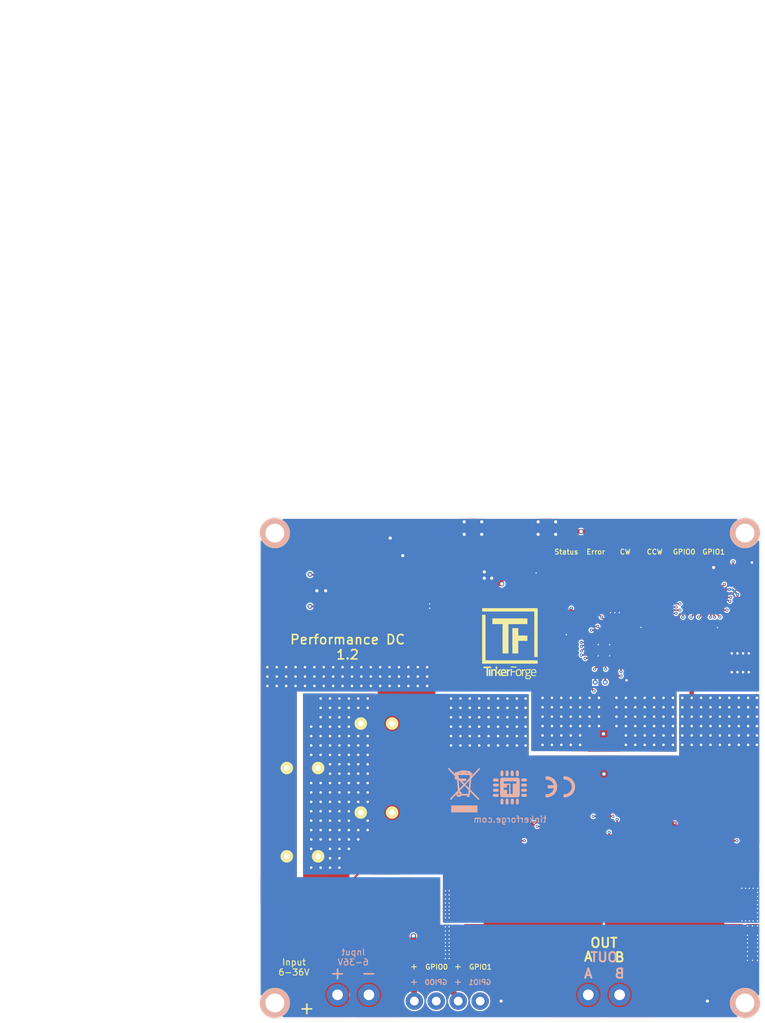
<source format=kicad_pcb>
(kicad_pcb (version 20171130) (host pcbnew 5.1.6-c6e7f7d~87~ubuntu20.04.1)
  (title_block (title "Performance DC V2 Bricklet") (date 2020-01-09) (rev 1.2) (company "Tinkerforge GmbH") (comment 1 "Licensed under CERN OHL v.1.1") (comment 2 "Copyright (©) 2020, T.Schneidermann <tim@tinkerforge.com>"))
  (layers (0 F.Cu power) (1 In1.Cu signal) (2 In2.Cu signal) (31 B.Cu power) (34 B.Paste user) (35 F.Paste user) (36 B.SilkS user) (37 F.SilkS user) (38 B.Mask user) (39 F.Mask user) (44 Edge.Cuts user))
  (net 0 "")
  (net 1 "Net-(C1-Pad1)")
  (net 2 GND)
  (net 3 +3.3VP)
  (net 4 "Net-(C9-Pad1)")
  (net 5 "Net-(C11-Pad1)")
  (net 6 "Net-(C12-Pad1)")
  (net 7 "Net-(D1-Pad2)")
  (net 8 V_GPIO)
  (net 9 +5V)
  (net 10 "Net-(P1-Pad4)")
  (net 11 "Net-(P1-Pad5)")
  (net 12 "Net-(P1-Pad6)")
  (net 13 "Net-(P2-Pad1)")
  (net 14 "Net-(P3-Pad2)")
  (net 15 "Net-(P5-Pad3)")
  (net 16 "Net-(P5-Pad1)")
  (net 17 "Net-(R1-Pad1)")
  (net 18 GPIO0)
  (net 19 GPIO1)
  (net 20 "Net-(R12-Pad2)")
  (net 21 "Net-(R13-Pad2)")
  (net 22 S-CS)
  (net 23 S-CLK)
  (net 24 S-MOSI)
  (net 25 S-MISO)
  (net 26 "Net-(Q1-PadG)")
  (net 27 "Net-(C14-Pad1)")
  (net 28 "Net-(D8-Pad2)")
  (net 29 "Net-(D9-Pad2)")
  (net 30 "Net-(D10-Pad2)")
  (net 31 "Net-(D11-Pad2)")
  (net 32 "Net-(D12-Pad2)")
  (net 33 "Net-(R2-Pad1)")
  (net 34 "Net-(R3-Pad1)")
  (net 35 "Net-(RP5-Pad5)")
  (net 36 "Net-(RP5-Pad6)")
  (net 37 "Net-(RP5-Pad7)")
  (net 38 "Net-(RP5-Pad8)")
  (net 39 "Net-(C5-Pad1)")
  (net 40 AVDD)
  (net 41 "Net-(C7-Pad2)")
  (net 42 "Net-(C8-Pad2)")
  (net 43 "Net-(C8-Pad1)")
  (net 44 "Net-(C16-Pad2)")
  (net 45 "Net-(C20-Pad2)")
  (net 46 "Net-(D13-Pad2)")
  (net 47 "Net-(Q2-PadG)")
  (net 48 "Net-(Q3-PadG)")
  (net 49 "Net-(Q4-PadG)")
  (net 50 "Net-(D2-Pad2)")
  (net 51 SO)
  (net 52 VIN)
  (net 53 SNSOUT)
  (net 54 nFAULT)
  (net 55 "Net-(R9-Pad1)")
  (net 56 "Net-(R18-Pad2)")
  (net 57 "Net-(R20-Pad2)")
  (net 58 "Net-(R21-Pad2)")
  (net 59 "Net-(R22-Pad2)")
  (net 60 "Net-(R23-Pad2)")
  (net 61 IN1)
  (net 62 IN2)
  (net 63 nSLEEP)
  (net 64 "Net-(RP2-Pad6)")
  (net 65 "Net-(RP2-Pad7)")
  (net 66 TEMP)
  (module kicad-libraries:OQ_2P_5mm_Vertical (layer F.Cu) (at 114.5 176.7)
    (fp_text reference P4)
    (fp_text value OUT)
    (pad 2 thru_hole circle (at 2.5 0) (size 3.5 3.5) (drill 1.7) (layers *.Cu *.Mask) (net 44 "Net-(C16-Pad2)"))
    (pad 1 thru_hole circle (at -2.5 0) (size 3.5 3.5) (drill 1.7) (layers *.Cu *.Mask) (net 45 "Net-(C20-Pad2)"))
  )
  (module kicad-libraries:OQ_4P_Vertical (layer F.Cu) (at 89.5 177.7)
    (fp_text reference P5)
    (fp_text value GPIO)
    (pad 4 thru_hole circle (at 5.25 0) (size 2.8 2.8) (drill 1.4) (layers *.Cu *.Mask) (net 6 "Net-(C12-Pad1)"))
    (pad 1 thru_hole circle (at -5.25 0) (size 2.8 2.8) (drill 1.4) (layers *.Cu *.Mask) (net 16 "Net-(P5-Pad1)"))
    (pad 3 thru_hole circle (at 1.75 0) (size 2.8 2.8) (drill 1.4) (layers *.Cu *.Mask) (net 15 "Net-(P5-Pad3)"))
    (pad 2 thru_hole circle (at -1.75 0) (size 2.8 2.8) (drill 1.4) (layers *.Cu *.Mask) (net 5 "Net-(C11-Pad1)"))
  )
  (module kicad-libraries:OQ_2P_5mm_Vertical_Black (layer F.Cu) (at 74.5 176.7)
    (fp_text reference P6)
    (fp_text value IN)
    (pad 2 thru_hole circle (at 2.5 0) (size 3.5 3.5) (drill 1.7) (layers *.Cu *.Mask) (net 46 "Net-(D13-Pad2)"))
    (pad 1 thru_hole circle (at -2.5 0) (size 3.5 3.5) (drill 1.7) (layers *.Cu *.Mask) (net 8 V_GPIO))
  )
  (module kicad-libraries:WEEE_7mm (layer B.Cu) (at 92.2 144 180)
    (fp_text reference VAL hide)
    (fp_text value WEEE_7mm hide)
  )
  (module kicad-libraries:CE_5mm (layer B.Cu) (at 107.5 143.5 180)
    (fp_text reference VAL hide)
    (fp_text value CE_5mm hide)
  )
  (module kicad-libraries:Logo_CoMCU (layer B.Cu) (at 99.5 143.6 180)
    (fp_text reference G*** hide)
    (fp_text value LOGO hide)
  )
  (module kicad-libraries:SON_5x6mm (layer F.Cu) (at 131.5 150.9775 270)
    (fp_text reference Q1)
    (fp_text value CSD19533Q5A)
    (pad D smd rect (at -0.2775 0 270) (size 4.2 4.51) (layers F.Cu F.Mask) (net 8 V_GPIO))
    (pad D smd rect (at -2.7525 -1.9175 270) (size 0.75 0.675) (layers F.Cu F.Paste F.Mask) (net 8 V_GPIO))
    (pad D smd rect (at -2.7525 -0.66 270) (size 0.75 0.675) (layers F.Cu F.Paste F.Mask) (net 8 V_GPIO))
    (pad D smd rect (at -2.7525 0.66 270) (size 0.75 0.675) (layers F.Cu F.Paste F.Mask) (net 8 V_GPIO))
    (pad D smd rect (at -2.7525 1.9175 270) (size 0.75 0.675) (layers F.Cu F.Paste F.Mask) (net 8 V_GPIO))
    (pad S smd rect (at 2.7525 -0.66 270) (size 0.75 0.675) (layers F.Cu F.Paste F.Mask) (net 44 "Net-(C16-Pad2)"))
    (pad S smd rect (at 2.7525 0.66 270) (size 0.75 0.675) (layers F.Cu F.Paste F.Mask) (net 44 "Net-(C16-Pad2)"))
    (pad G smd rect (at 2.7525 -1.9175 270) (size 0.75 0.675) (layers F.Cu F.Paste F.Mask) (net 26 "Net-(Q1-PadG)"))
    (pad S smd rect (at 2.7525 1.9175 270) (size 0.75 0.675) (layers F.Cu F.Paste F.Mask) (net 44 "Net-(C16-Pad2)"))
  )
  (module kicad-libraries:SON_5x6mm (layer F.Cu) (at 121 150.9225 90)
    (fp_text reference Q2)
    (fp_text value CSD19533Q5A)
    (pad D smd rect (at -0.2775 0 90) (size 4.2 4.51) (layers F.Cu F.Mask) (net 44 "Net-(C16-Pad2)"))
    (pad D smd rect (at -2.7525 -1.9175 90) (size 0.75 0.675) (layers F.Cu F.Paste F.Mask) (net 44 "Net-(C16-Pad2)"))
    (pad D smd rect (at -2.7525 -0.66 90) (size 0.75 0.675) (layers F.Cu F.Paste F.Mask) (net 44 "Net-(C16-Pad2)"))
    (pad D smd rect (at -2.7525 0.66 90) (size 0.75 0.675) (layers F.Cu F.Paste F.Mask) (net 44 "Net-(C16-Pad2)"))
    (pad D smd rect (at -2.7525 1.9175 90) (size 0.75 0.675) (layers F.Cu F.Paste F.Mask) (net 44 "Net-(C16-Pad2)"))
    (pad S smd rect (at 2.7525 -0.66 90) (size 0.75 0.675) (layers F.Cu F.Paste F.Mask) (net 27 "Net-(C14-Pad1)"))
    (pad S smd rect (at 2.7525 0.66 90) (size 0.75 0.675) (layers F.Cu F.Paste F.Mask) (net 27 "Net-(C14-Pad1)"))
    (pad G smd rect (at 2.7525 -1.9175 90) (size 0.75 0.675) (layers F.Cu F.Paste F.Mask) (net 47 "Net-(Q2-PadG)"))
    (pad S smd rect (at 2.7525 1.9175 90) (size 0.75 0.675) (layers F.Cu F.Paste F.Mask) (net 27 "Net-(C14-Pad1)"))
  )
  (module kicad-libraries:SON_5x6mm (layer F.Cu) (at 97.5 150.9775 270)
    (fp_text reference Q3)
    (fp_text value CSD19533Q5A)
    (pad D smd rect (at -0.2775 0 270) (size 4.2 4.51) (layers F.Cu F.Mask) (net 8 V_GPIO))
    (pad D smd rect (at -2.7525 -1.9175 270) (size 0.75 0.675) (layers F.Cu F.Paste F.Mask) (net 8 V_GPIO))
    (pad D smd rect (at -2.7525 -0.66 270) (size 0.75 0.675) (layers F.Cu F.Paste F.Mask) (net 8 V_GPIO))
    (pad D smd rect (at -2.7525 0.66 270) (size 0.75 0.675) (layers F.Cu F.Paste F.Mask) (net 8 V_GPIO))
    (pad D smd rect (at -2.7525 1.9175 270) (size 0.75 0.675) (layers F.Cu F.Paste F.Mask) (net 8 V_GPIO))
    (pad S smd rect (at 2.7525 -0.66 270) (size 0.75 0.675) (layers F.Cu F.Paste F.Mask) (net 45 "Net-(C20-Pad2)"))
    (pad S smd rect (at 2.7525 0.66 270) (size 0.75 0.675) (layers F.Cu F.Paste F.Mask) (net 45 "Net-(C20-Pad2)"))
    (pad G smd rect (at 2.7525 -1.9175 270) (size 0.75 0.675) (layers F.Cu F.Paste F.Mask) (net 48 "Net-(Q3-PadG)"))
    (pad S smd rect (at 2.7525 1.9175 270) (size 0.75 0.675) (layers F.Cu F.Paste F.Mask) (net 45 "Net-(C20-Pad2)"))
  )
  (module kicad-libraries:SON_5x6mm (layer F.Cu) (at 108 150.9225 90)
    (fp_text reference Q4)
    (fp_text value CSD19533Q5A)
    (pad D smd rect (at -0.2775 0 90) (size 4.2 4.51) (layers F.Cu F.Mask) (net 45 "Net-(C20-Pad2)"))
    (pad D smd rect (at -2.7525 -1.9175 90) (size 0.75 0.675) (layers F.Cu F.Paste F.Mask) (net 45 "Net-(C20-Pad2)"))
    (pad D smd rect (at -2.7525 -0.66 90) (size 0.75 0.675) (layers F.Cu F.Paste F.Mask) (net 45 "Net-(C20-Pad2)"))
    (pad D smd rect (at -2.7525 0.66 90) (size 0.75 0.675) (layers F.Cu F.Paste F.Mask) (net 45 "Net-(C20-Pad2)"))
    (pad D smd rect (at -2.7525 1.9175 90) (size 0.75 0.675) (layers F.Cu F.Paste F.Mask) (net 45 "Net-(C20-Pad2)"))
    (pad S smd rect (at 2.7525 -0.66 90) (size 0.75 0.675) (layers F.Cu F.Paste F.Mask) (net 27 "Net-(C14-Pad1)"))
    (pad S smd rect (at 2.7525 0.66 90) (size 0.75 0.675) (layers F.Cu F.Paste F.Mask) (net 27 "Net-(C14-Pad1)"))
    (pad G smd rect (at 2.7525 -1.9175 90) (size 0.75 0.675) (layers F.Cu F.Paste F.Mask) (net 49 "Net-(Q4-PadG)"))
    (pad S smd rect (at 2.7525 1.9175 90) (size 0.75 0.675) (layers F.Cu F.Paste F.Mask) (net 27 "Net-(C14-Pad1)"))
  )
  (module kicad-libraries:SON_5x6mm (layer F.Cu) (at 78.4 159.8225 90)
    (fp_text reference Q5)
    (fp_text value CSD19533Q5A)
    (pad D smd rect (at -0.2775 0 90) (size 4.2 4.51) (layers F.Cu F.Mask) (net 46 "Net-(D13-Pad2)"))
    (pad D smd rect (at -2.7525 -1.9175 90) (size 0.75 0.675) (layers F.Cu F.Paste F.Mask) (net 46 "Net-(D13-Pad2)"))
    (pad D smd rect (at -2.7525 -0.66 90) (size 0.75 0.675) (layers F.Cu F.Paste F.Mask) (net 46 "Net-(D13-Pad2)"))
    (pad D smd rect (at -2.7525 0.66 90) (size 0.75 0.675) (layers F.Cu F.Paste F.Mask) (net 46 "Net-(D13-Pad2)"))
    (pad D smd rect (at -2.7525 1.9175 90) (size 0.75 0.675) (layers F.Cu F.Paste F.Mask) (net 46 "Net-(D13-Pad2)"))
    (pad S smd rect (at 2.7525 -0.66 90) (size 0.75 0.675) (layers F.Cu F.Paste F.Mask) (net 2 GND))
    (pad S smd rect (at 2.7525 0.66 90) (size 0.75 0.675) (layers F.Cu F.Paste F.Mask) (net 2 GND))
    (pad G smd rect (at 2.7525 -1.9175 90) (size 0.75 0.675) (layers F.Cu F.Paste F.Mask) (net 50 "Net-(D2-Pad2)"))
    (pad S smd rect (at 2.7525 1.9175 90) (size 0.75 0.675) (layers F.Cu F.Paste F.Mask) (net 2 GND))
  )
  (module kicad-libraries:R0603F (layer F.Cu) (at 137.4 108.6)
    (fp_text reference R6)
    (fp_text value 10k)
    (pad 1 smd rect (at -0.75 0) (size 0.9 0.9) (layers F.Cu F.Paste F.Mask) (net 52 VIN))
    (pad 2 smd rect (at 0.75 0) (size 0.9 0.9) (layers F.Cu F.Paste F.Mask) (net 2 GND))
  )
  (module kicad-libraries:R0603F (layer F.Cu) (at 137.4 109.9 180)
    (fp_text reference R5)
    (fp_text value 100k)
    (pad 2 smd rect (at 0.75 0 180) (size 0.9 0.9) (layers F.Cu F.Paste F.Mask) (net 52 VIN))
    (pad 1 smd rect (at -0.75 0 180) (size 0.9 0.9) (layers F.Cu F.Paste F.Mask) (net 8 V_GPIO))
  )
  (module kicad-libraries:ELKO_RAD_12 (layer F.Cu) (at 66.4 140.5)
    (fp_text reference C19)
    (fp_text value 220uF/100V/UVY2A221MHD1TO)
    (pad 1 thru_hole circle (at 2.49936 0) (size 1.99898 1.99898) (drill 0.89916) (layers *.Cu *.Mask F.SilkS) (net 8 V_GPIO))
    (pad 2 thru_hole circle (at -2.49936 0) (size 1.99898 1.99898) (drill 0.89916) (layers *.Cu *.Mask F.SilkS) (net 2 GND))
  )
  (module kicad-libraries:Fiducial_Mark (layer F.Cu) (at 70.5 104.5)
    (fp_text reference Fiducial_Mark hide)
    (fp_text value VAL** hide)
    (pad 1 smd circle (at 0 0) (size 1.00076 1.00076) (layers F.Cu F.Paste F.Mask) (clearance 0.65024))
  )
  (module kicad-libraries:Logo_TF_10x12 (layer F.Cu) (at 99.5 120.5)
    (fp_text reference G*** hide)
    (fp_text value LOGO hide)
  )
  (module kicad-libraries:DIP_8_SMD (layer F.Cu) (at 79.5 113.4 90)
    (fp_text reference U7)
    (fp_text value LTV-827)
    (pad 8 smd rect (at 3.81 4.50596 90) (size 1.78054 1.99898) (layers F.Cu F.Paste F.Mask) (net 3 +3.3VP))
    (pad 7 smd rect (at 1.27 4.50596 90) (size 1.78054 1.99898) (layers F.Cu F.Paste F.Mask) (net 18 GPIO0))
    (pad 6 smd rect (at -1.27 4.50596 90) (size 1.78054 1.99898) (layers F.Cu F.Paste F.Mask) (net 3 +3.3VP))
    (pad 5 smd rect (at -3.81 4.50596 90) (size 1.78054 1.99898) (layers F.Cu F.Paste F.Mask) (net 19 GPIO1))
    (pad 4 smd rect (at -3.81 -4.50596 90) (size 1.78054 1.99898) (layers F.Cu F.Paste F.Mask) (net 4 "Net-(C9-Pad1)"))
    (pad 3 smd rect (at -1.27 -4.50596 90) (size 1.78054 1.99898) (layers F.Cu F.Paste F.Mask) (net 21 "Net-(R13-Pad2)"))
    (pad 2 smd rect (at 1.27 -4.50596 90) (size 1.78054 1.99898) (layers F.Cu F.Paste F.Mask) (net 4 "Net-(C9-Pad1)"))
    (pad 1 smd rect (at 3.81 -4.50088 90) (size 1.78054 1.99898) (layers F.Cu F.Paste F.Mask) (net 20 "Net-(R12-Pad2)"))
  )
  (module kicad-libraries:C0603F (layer F.Cu) (at 79.6 104.7)
    (fp_text reference C9)
    (fp_text value 100nF/100V)
    (pad 2 smd rect (at 0.75 0) (size 0.9 0.9) (layers F.Cu F.Paste F.Mask) (net 2 GND))
    (pad 1 smd rect (at -0.75 0) (size 0.9 0.9) (layers F.Cu F.Paste F.Mask) (net 4 "Net-(C9-Pad1)"))
  )
  (module kicad-libraries:C0603F (layer F.Cu) (at 70.1 110.4 270)
    (fp_text reference C11)
    (fp_text value 100nF/100V)
    (pad 2 smd rect (at 0.75 0 270) (size 0.9 0.9) (layers F.Cu F.Paste F.Mask) (net 2 GND))
    (pad 1 smd rect (at -0.75 0 270) (size 0.9 0.9) (layers F.Cu F.Paste F.Mask) (net 5 "Net-(C11-Pad1)"))
  )
  (module kicad-libraries:C0603F (layer F.Cu) (at 70.1 113.9 90)
    (fp_text reference C12)
    (fp_text value 100nF/100V)
    (pad 2 smd rect (at 0.75 0 90) (size 0.9 0.9) (layers F.Cu F.Paste F.Mask) (net 2 GND))
    (pad 1 smd rect (at -0.75 0 90) (size 0.9 0.9) (layers F.Cu F.Paste F.Mask) (net 6 "Net-(C12-Pad1)"))
  )
  (module kicad-libraries:R0603F (layer F.Cu) (at 117.9 108.1 90)
    (fp_text reference R1)
    (fp_text value 1k)
    (pad 2 smd rect (at 0.75 0 90) (size 0.9 0.9) (layers F.Cu F.Paste F.Mask) (net 7 "Net-(D1-Pad2)"))
    (pad 1 smd rect (at -0.75 0 90) (size 0.9 0.9) (layers F.Cu F.Paste F.Mask) (net 17 "Net-(R1-Pad1)"))
  )
  (module kicad-libraries:R0603F (layer F.Cu) (at 86.7 112.9 90)
    (fp_text reference R10)
    (fp_text value 1k)
    (pad 2 smd rect (at 0.75 0 90) (size 0.9 0.9) (layers F.Cu F.Paste F.Mask) (net 18 GPIO0))
    (pad 1 smd rect (at -0.75 0 90) (size 0.9 0.9) (layers F.Cu F.Paste F.Mask) (net 2 GND))
  )
  (module kicad-libraries:R0603F (layer F.Cu) (at 86.7 116.4 270)
    (fp_text reference R11)
    (fp_text value 1k)
    (pad 2 smd rect (at 0.75 0 270) (size 0.9 0.9) (layers F.Cu F.Paste F.Mask) (net 19 GPIO1))
    (pad 1 smd rect (at -0.75 0 270) (size 0.9 0.9) (layers F.Cu F.Paste F.Mask) (net 2 GND))
  )
  (module kicad-libraries:R0603F (layer F.Cu) (at 72.3 109.6)
    (fp_text reference R12)
    (fp_text value 1k)
    (pad 2 smd rect (at 0.75 0) (size 0.9 0.9) (layers F.Cu F.Paste F.Mask) (net 20 "Net-(R12-Pad2)"))
    (pad 1 smd rect (at -0.75 0) (size 0.9 0.9) (layers F.Cu F.Paste F.Mask) (net 5 "Net-(C11-Pad1)"))
  )
  (module kicad-libraries:R0603F (layer F.Cu) (at 72.3 114.7)
    (fp_text reference R13)
    (fp_text value 1k)
    (pad 2 smd rect (at 0.75 0) (size 0.9 0.9) (layers F.Cu F.Paste F.Mask) (net 21 "Net-(R13-Pad2)"))
    (pad 1 smd rect (at -0.75 0) (size 0.9 0.9) (layers F.Cu F.Paste F.Mask) (net 6 "Net-(C12-Pad1)"))
  )
  (module kicad-libraries:R0603F (layer F.Cu) (at 68.7 110.4 270)
    (fp_text reference R14)
    (fp_text value 4,7k)
    (pad 2 smd rect (at 0.75 0 270) (size 0.9 0.9) (layers F.Cu F.Paste F.Mask) (net 2 GND))
    (pad 1 smd rect (at -0.75 0 270) (size 0.9 0.9) (layers F.Cu F.Paste F.Mask) (net 5 "Net-(C11-Pad1)"))
  )
  (module kicad-libraries:R0603F (layer F.Cu) (at 68.7 113.9 90)
    (fp_text reference R15)
    (fp_text value 4,7k)
    (pad 2 smd rect (at 0.75 0 90) (size 0.9 0.9) (layers F.Cu F.Paste F.Mask) (net 2 GND))
    (pad 1 smd rect (at -0.75 0 90) (size 0.9 0.9) (layers F.Cu F.Paste F.Mask) (net 6 "Net-(C12-Pad1)"))
  )
  (module kicad-libraries:R0805E (layer F.Cu) (at 84.1 169.5 90)
    (fp_text reference R16)
    (fp_text value 2,2k)
    (pad 2 smd rect (at 0.95 0 90) (size 1.3 1.5) (layers F.Cu F.Paste F.Mask) (net 8 V_GPIO) (clearance 0.14986))
    (pad 1 smd rect (at -0.95 0 90) (size 1.3 1.5) (layers F.Cu F.Paste F.Mask) (net 16 "Net-(P5-Pad1)") (clearance 0.14986))
  )
  (module kicad-libraries:R0805E (layer F.Cu) (at 86.4 169.5 90)
    (fp_text reference R17)
    (fp_text value 2,2k)
    (pad 2 smd rect (at 0.95 0 90) (size 1.3 1.5) (layers F.Cu F.Paste F.Mask) (net 8 V_GPIO) (clearance 0.14986))
    (pad 1 smd rect (at -0.95 0 90) (size 1.3 1.5) (layers F.Cu F.Paste F.Mask) (net 15 "Net-(P5-Pad3)") (clearance 0.14986))
  )
  (module kicad-libraries:MiniMelf (layer F.Cu) (at 79.6 106.6)
    (fp_text reference D6)
    (fp_text value Z3,3V)
    (pad 1 smd rect (at 1.69926 0) (size 1.19888 1.6002) (layers F.Cu F.Paste F.Mask) (net 2 GND))
    (pad 2 smd rect (at -1.69926 0) (size 1.19888 1.6002) (layers F.Cu F.Paste F.Mask) (net 4 "Net-(C9-Pad1)"))
  )
  (module kicad-libraries:C0805E (layer F.Cu) (at 97.4 107.7 180)
    (fp_text reference C2)
    (fp_text value 10uF)
    (pad 2 smd rect (at 0.95 0 180) (size 1.3 1.5) (layers F.Cu F.Paste F.Mask) (net 2 GND) (clearance 0.14986))
    (pad 1 smd rect (at -0.95 0 180) (size 1.3 1.5) (layers F.Cu F.Paste F.Mask) (net 3 +3.3VP) (clearance 0.14986))
  )
  (module kicad-libraries:C0603F (layer F.Cu) (at 97.4 109.3 180)
    (fp_text reference C3)
    (fp_text value 1uF)
    (pad 2 smd rect (at 0.75 0 180) (size 0.9 0.9) (layers F.Cu F.Paste F.Mask) (net 2 GND))
    (pad 1 smd rect (at -0.75 0 180) (size 0.9 0.9) (layers F.Cu F.Paste F.Mask) (net 3 +3.3VP))
  )
  (module kicad-libraries:R0603F (layer F.Cu) (at 122.9 108.1 90)
    (fp_text reference R3)
    (fp_text value 1k)
    (pad 2 smd rect (at 0.75 0 90) (size 0.9 0.9) (layers F.Cu F.Paste F.Mask) (net 28 "Net-(D8-Pad2)"))
    (pad 1 smd rect (at -0.75 0 90) (size 0.9 0.9) (layers F.Cu F.Paste F.Mask) (net 34 "Net-(R3-Pad1)"))
  )
  (module kicad-libraries:0603X4 (layer F.Cu) (at 120.4 108.1)
    (fp_text reference RP5)
    (fp_text value 1k)
    (pad 8 smd rect (at 1.19888 0.8509) (size 0.44958 0.89916) (layers F.Cu F.Paste F.Mask) (net 38 "Net-(RP5-Pad8)"))
    (pad 7 smd rect (at 0.39878 0.8509) (size 0.44958 0.89916) (layers F.Cu F.Paste F.Mask) (net 37 "Net-(RP5-Pad7)"))
    (pad 6 smd rect (at -0.39878 0.8509) (size 0.44958 0.89916) (layers F.Cu F.Paste F.Mask) (net 36 "Net-(RP5-Pad6)"))
    (pad 5 smd rect (at -1.19888 0.8509) (size 0.44958 0.89916) (layers F.Cu F.Paste F.Mask) (net 35 "Net-(RP5-Pad5)"))
    (pad 4 smd rect (at -1.19888 -0.8509) (size 0.44958 0.89916) (layers F.Cu F.Paste F.Mask) (net 32 "Net-(D12-Pad2)"))
    (pad 3 smd rect (at -0.39878 -0.8509) (size 0.44958 0.89916) (layers F.Cu F.Paste F.Mask) (net 31 "Net-(D11-Pad2)"))
    (pad 2 smd rect (at 0.39878 -0.8509) (size 0.44958 0.89916) (layers F.Cu F.Paste F.Mask) (net 30 "Net-(D10-Pad2)"))
    (pad 1 smd rect (at 1.19888 -0.8509) (size 0.44958 0.89916) (layers F.Cu F.Paste F.Mask) (net 29 "Net-(D9-Pad2)"))
  )
  (module kicad-libraries:CON-SENSOR2_180 (layer F.Cu) (at 99.5 100.7 180)
    (fp_text reference P1)
    (fp_text value CON-SENSOR2)
    (pad 1 smd rect (at 3.75 -4.8 180) (size 0.6 1.8) (layers F.Cu F.Paste F.Mask) (net 9 +5V))
    (pad 2 smd rect (at 2.5 -4.8 180) (size 0.6 1.8) (layers F.Cu F.Paste F.Mask) (net 2 GND))
    (pad 3 smd rect (at 1.25 -4.8 180) (size 0.6 1.8) (layers F.Cu F.Paste F.Mask) (net 3 +3.3VP))
    (pad 4 smd rect (at 0 -4.8 180) (size 0.6 1.8) (layers F.Cu F.Paste F.Mask) (net 10 "Net-(P1-Pad4)"))
    (pad 5 smd rect (at -1.25 -4.8 180) (size 0.6 1.8) (layers F.Cu F.Paste F.Mask) (net 11 "Net-(P1-Pad5)"))
    (pad EP smd rect (at 5.9 -1.4 180) (size 1.4 2.8) (layers F.Cu F.Paste F.Mask) (net 2 GND))
    (pad EP smd rect (at -5.9 -1.4 180) (size 1.4 2.8) (layers F.Cu F.Paste F.Mask) (net 2 GND))
    (pad 6 smd rect (at -2.5 -4.8 180) (size 0.6 1.8) (layers F.Cu F.Paste F.Mask) (net 12 "Net-(P1-Pad6)"))
    (pad 7 smd rect (at -3.75 -4.8 180) (size 0.6 1.8) (layers F.Cu F.Paste F.Mask) (net 1 "Net-(C1-Pad1)"))
  )
  (module C0402E (layer F.Cu) (at 103.5 108.2 270)
    (fp_text reference C1)
    (fp_text value 220pF)
    (pad 1 smd rect (at -0.65 0 270) (size 0.7 0.9) (layers F.Cu F.Paste F.Mask) (net 1 "Net-(C1-Pad1)"))
    (pad 2 smd rect (at 0.65 0 270) (size 0.7 0.9) (layers F.Cu F.Paste F.Mask) (net 2 GND))
  )
  (module C0603F (layer F.Cu) (at 131.3 109.4)
    (fp_text reference C4)
    (fp_text value 100nF)
    (pad 1 smd rect (at -0.75 0) (size 0.9 0.9) (layers F.Cu F.Paste F.Mask) (net 3 +3.3VP))
    (pad 2 smd rect (at 0.75 0) (size 0.9 0.9) (layers F.Cu F.Paste F.Mask) (net 2 GND))
  )
  (module kicad-libraries:C0603F (layer F.Cu) (at 115.6 117.3 90)
    (fp_text reference C5)
    (fp_text value 1uF/16V)
    (pad 1 smd rect (at -0.75 0 90) (size 0.9 0.9) (layers F.Cu F.Paste F.Mask) (net 39 "Net-(C5-Pad1)"))
    (pad 2 smd rect (at 0.75 0 90) (size 0.9 0.9) (layers F.Cu F.Paste F.Mask) (net 2 GND))
  )
  (module kicad-libraries:C0603F (layer F.Cu) (at 116.9 117.3 90)
    (fp_text reference C6)
    (fp_text value 1uF/16V)
    (pad 2 smd rect (at 0.75 0 90) (size 0.9 0.9) (layers F.Cu F.Paste F.Mask) (net 2 GND))
    (pad 1 smd rect (at -0.75 0 90) (size 0.9 0.9) (layers F.Cu F.Paste F.Mask) (net 40 AVDD))
  )
  (module kicad-libraries:C0603F (layer F.Cu) (at 118.9 122.5 180)
    (fp_text reference C7)
    (fp_text value 1uF/16V)
    (pad 1 smd rect (at -0.75 0 180) (size 0.9 0.9) (layers F.Cu F.Paste F.Mask) (net 8 V_GPIO))
    (pad 2 smd rect (at 0.75 0 180) (size 0.9 0.9) (layers F.Cu F.Paste F.Mask) (net 41 "Net-(C7-Pad2)"))
  )
  (module kicad-libraries:C0603F (layer F.Cu) (at 118.9 120.9 180)
    (fp_text reference C8)
    (fp_text value 100nF/100V)
    (pad 2 smd rect (at 0.75 0 180) (size 0.9 0.9) (layers F.Cu F.Paste F.Mask) (net 42 "Net-(C8-Pad2)"))
    (pad 1 smd rect (at -0.75 0 180) (size 0.9 0.9) (layers F.Cu F.Paste F.Mask) (net 43 "Net-(C8-Pad1)"))
  )
  (module kicad-libraries:C0603F (layer F.Cu) (at 118.1 124.6 270)
    (fp_text reference C10)
    (fp_text value 100nF/100V)
    (pad 2 smd rect (at 0.75 0 270) (size 0.9 0.9) (layers F.Cu F.Paste F.Mask) (net 2 GND))
    (pad 1 smd rect (at -0.75 0 270) (size 0.9 0.9) (layers F.Cu F.Paste F.Mask) (net 8 V_GPIO))
  )
  (module kicad-libraries:ELKO_83 (layer F.Cu) (at 132.7 123.7 180)
    (fp_text reference C13)
    (fp_text value 10uF/100V)
    (pad 2 smd rect (at -3.50012 0 180) (size 4.0005 1.99898) (layers F.Cu F.Paste F.Mask) (net 2 GND))
    (pad 1 smd rect (at 3.50012 0 180) (size 4.0005 1.99898) (layers F.Cu F.Paste F.Mask) (net 8 V_GPIO))
  )
  (module kicad-libraries:C1206E (layer F.Cu) (at 66 129.7 180)
    (fp_text reference C15)
    (fp_text value 1uF/100V)
    (pad 2 smd rect (at 1.4 0 180) (size 1.6 1.8) (layers F.Cu F.Paste F.Mask) (net 2 GND))
    (pad 1 smd rect (at -1.4 0 180) (size 1.6 1.8) (layers F.Cu F.Paste F.Mask) (net 8 V_GPIO))
  )
  (module kicad-libraries:C0603F (layer F.Cu) (at 128.2 152.8 270)
    (fp_text reference C16)
    (fp_text value DNP)
    (pad 1 smd rect (at -0.75 0 270) (size 0.9 0.9) (layers F.Cu F.Paste F.Mask) (net 8 V_GPIO))
    (pad 2 smd rect (at 0.75 0 270) (size 0.9 0.9) (layers F.Cu F.Paste F.Mask) (net 44 "Net-(C16-Pad2)"))
  )
  (module kicad-libraries:C0603F (layer F.Cu) (at 124.3 149.1 90)
    (fp_text reference C17)
    (fp_text value DNP)
    (pad 2 smd rect (at 0.75 0 90) (size 0.9 0.9) (layers F.Cu F.Paste F.Mask) (net 27 "Net-(C14-Pad1)"))
    (pad 1 smd rect (at -0.75 0 90) (size 0.9 0.9) (layers F.Cu F.Paste F.Mask) (net 44 "Net-(C16-Pad2)"))
  )
  (module kicad-libraries:C1206E (layer F.Cu) (at 66 132 180)
    (fp_text reference C18)
    (fp_text value 1uF/100V)
    (pad 1 smd rect (at -1.4 0 180) (size 1.6 1.8) (layers F.Cu F.Paste F.Mask) (net 8 V_GPIO))
    (pad 2 smd rect (at 1.4 0 180) (size 1.6 1.8) (layers F.Cu F.Paste F.Mask) (net 2 GND))
  )
  (module kicad-libraries:C0603F (layer F.Cu) (at 94.2 152.8 270)
    (fp_text reference C20)
    (fp_text value DNP)
    (pad 1 smd rect (at -0.75 0 270) (size 0.9 0.9) (layers F.Cu F.Paste F.Mask) (net 8 V_GPIO))
    (pad 2 smd rect (at 0.75 0 270) (size 0.9 0.9) (layers F.Cu F.Paste F.Mask) (net 45 "Net-(C20-Pad2)"))
  )
  (module kicad-libraries:C0603F (layer F.Cu) (at 111.3 149.1 90)
    (fp_text reference C21)
    (fp_text value DNP)
    (pad 2 smd rect (at 0.75 0 90) (size 0.9 0.9) (layers F.Cu F.Paste F.Mask) (net 27 "Net-(C14-Pad1)"))
    (pad 1 smd rect (at -0.75 0 90) (size 0.9 0.9) (layers F.Cu F.Paste F.Mask) (net 45 "Net-(C20-Pad2)"))
  )
  (module kicad-libraries:ELKO_RAD_12 (layer F.Cu) (at 66.4 154.6)
    (fp_text reference C22)
    (fp_text value 220uF/100V/UVY2A221MHD1TO)
    (pad 2 thru_hole circle (at -2.49936 0) (size 1.99898 1.99898) (drill 0.89916) (layers *.Cu *.Mask F.SilkS) (net 2 GND))
    (pad 1 thru_hole circle (at 2.49936 0) (size 1.99898 1.99898) (drill 0.89916) (layers *.Cu *.Mask F.SilkS) (net 8 V_GPIO))
  )
  (module kicad-libraries:C0603F (layer F.Cu) (at 129 177.7)
    (fp_text reference C23)
    (fp_text value 1nF/100V)
    (pad 2 smd rect (at 0.75 0) (size 0.9 0.9) (layers F.Cu F.Paste F.Mask) (net 2 GND))
    (pad 1 smd rect (at -0.75 0) (size 0.9 0.9) (layers F.Cu F.Paste F.Mask) (net 44 "Net-(C16-Pad2)"))
  )
  (module kicad-libraries:C0603F (layer F.Cu) (at 100 177.7 180)
    (fp_text reference C24)
    (fp_text value 1nF/100V)
    (pad 1 smd rect (at -0.75 0 180) (size 0.9 0.9) (layers F.Cu F.Paste F.Mask) (net 45 "Net-(C20-Pad2)"))
    (pad 2 smd rect (at 0.75 0 180) (size 0.9 0.9) (layers F.Cu F.Paste F.Mask) (net 2 GND))
  )
  (module D0603F (layer F.Cu) (at 108.5 103.5 270)
    (fp_text reference D1)
    (fp_text value BLUE)
    (pad 2 smd rect (at 0.75 0 270) (size 0.9 0.9) (layers F.Cu F.Paste F.Mask) (net 7 "Net-(D1-Pad2)"))
    (pad 1 smd rect (at -0.75 0 270) (size 0.9 0.9) (layers F.Cu F.Paste F.Mask) (net 3 +3.3VP))
  )
  (module D0603F (layer F.Cu) (at 132 103.5 270)
    (fp_text reference D8)
    (fp_text value BLUE)
    (pad 1 smd rect (at -0.75 0 270) (size 0.9 0.9) (layers F.Cu F.Paste F.Mask) (net 3 +3.3VP))
    (pad 2 smd rect (at 0.75 0 270) (size 0.9 0.9) (layers F.Cu F.Paste F.Mask) (net 28 "Net-(D8-Pad2)"))
  )
  (module D0603F (layer F.Cu) (at 127.3 103.5 270)
    (fp_text reference D9)
    (fp_text value BLUE)
    (pad 2 smd rect (at 0.75 0 270) (size 0.9 0.9) (layers F.Cu F.Paste F.Mask) (net 29 "Net-(D9-Pad2)"))
    (pad 1 smd rect (at -0.75 0 270) (size 0.9 0.9) (layers F.Cu F.Paste F.Mask) (net 3 +3.3VP))
  )
  (module D0603F (layer F.Cu) (at 122.6 103.5 270)
    (fp_text reference D10)
    (fp_text value BLUE)
    (pad 1 smd rect (at -0.75 0 270) (size 0.9 0.9) (layers F.Cu F.Paste F.Mask) (net 3 +3.3VP))
    (pad 2 smd rect (at 0.75 0 270) (size 0.9 0.9) (layers F.Cu F.Paste F.Mask) (net 30 "Net-(D10-Pad2)"))
  )
  (module D0603F (layer F.Cu) (at 117.9 103.5 270)
    (fp_text reference D11)
    (fp_text value BLUE)
    (pad 2 smd rect (at 0.75 0 270) (size 0.9 0.9) (layers F.Cu F.Paste F.Mask) (net 31 "Net-(D11-Pad2)"))
    (pad 1 smd rect (at -0.75 0 270) (size 0.9 0.9) (layers F.Cu F.Paste F.Mask) (net 3 +3.3VP))
  )
  (module D0603F (layer F.Cu) (at 113.2 103.5 270)
    (fp_text reference D12)
    (fp_text value RED)
    (pad 1 smd rect (at -0.75 0 270) (size 0.9 0.9) (layers F.Cu F.Paste F.Mask) (net 3 +3.3VP))
    (pad 2 smd rect (at 0.75 0 270) (size 0.9 0.9) (layers F.Cu F.Paste F.Mask) (net 32 "Net-(D12-Pad2)"))
  )
  (module kicad-libraries:SMB (layer F.Cu) (at 74.5 165.4)
    (fp_text reference D13)
    (fp_text value SMBJ36CA)
    (pad 1 smd rect (at -2.11 0) (size 1.62 2.18) (layers F.Cu F.Paste F.Mask) (net 8 V_GPIO))
    (pad 2 smd rect (at 2.11 0) (size 1.62 2.18) (layers F.Cu F.Paste F.Mask) (net 46 "Net-(D13-Pad2)"))
  )
  (module DEBUG_PAD (layer F.Cu) (at 129.8 117.9)
    (fp_text reference P2)
    (fp_text value DEBUG)
    (pad 1 smd circle (at 0 0) (size 0.7 0.7) (layers F.Cu F.Paste F.Mask) (net 13 "Net-(P2-Pad1)"))
  )
  (module SolderJumper (layer F.Cu) (at 131.55 117.875 90)
    (fp_text reference P3)
    (fp_text value BOOT)
    (pad 1 smd rect (at -0.225 -0.55 90) (size 0.95 0.3) (layers F.Cu F.Mask) (net 2 GND))
    (pad 1 smd rect (at -0.225 0.55 90) (size 0.95 0.3) (layers F.Cu F.Mask) (net 2 GND))
    (pad 1 smd rect (at -0.5 0 90) (size 0.4 1.4) (layers F.Cu F.Mask) (net 2 GND))
    (pad 2 smd rect (at 0.15 0 90) (size 0.6 0.5) (layers F.Cu F.Mask) (net 14 "Net-(P3-Pad2)"))
    (pad 2 smd rect (at 0.55 0 90) (size 0.3 1.4) (layers F.Cu F.Mask) (net 14 "Net-(P3-Pad2)"))
  )
  (module kicad-libraries:R0603F (layer F.Cu) (at 135.1 109.3 90)
    (fp_text reference R2)
    (fp_text value 7,5k)
    (pad 2 smd rect (at 0.75 0 90) (size 0.9 0.9) (layers F.Cu F.Paste F.Mask) (net 51 SO))
    (pad 1 smd rect (at -0.75 0 90) (size 0.9 0.9) (layers F.Cu F.Paste F.Mask) (net 33 "Net-(R2-Pad1)"))
  )
  (module kicad-libraries:R0603F (layer F.Cu) (at 133.8 109.3 270)
    (fp_text reference R4)
    (fp_text value 10k)
    (pad 1 smd rect (at -0.75 0 270) (size 0.9 0.9) (layers F.Cu F.Paste F.Mask) (net 2 GND))
    (pad 2 smd rect (at 0.75 0 270) (size 0.9 0.9) (layers F.Cu F.Paste F.Mask) (net 33 "Net-(R2-Pad1)"))
  )
  (module kicad-libraries:R0603F (layer F.Cu) (at 110.1 119.2 180)
    (fp_text reference R9)
    (fp_text value 200k)
    (pad 1 smd rect (at -0.75 0 180) (size 0.9 0.9) (layers F.Cu F.Paste F.Mask) (net 55 "Net-(R9-Pad1)"))
    (pad 2 smd rect (at 0.75 0 180) (size 0.9 0.9) (layers F.Cu F.Paste F.Mask) (net 2 GND))
  )
  (module kicad-libraries:R0603F (layer F.Cu) (at 118.2 118.8 270)
    (fp_text reference R18)
    (fp_text value 0)
    (pad 2 smd rect (at 0.75 0 270) (size 0.9 0.9) (layers F.Cu F.Paste F.Mask) (net 56 "Net-(R18-Pad2)"))
    (pad 1 smd rect (at -0.75 0 270) (size 0.9 0.9) (layers F.Cu F.Paste F.Mask) (net 40 AVDD))
  )
  (module kicad-libraries:R0603F (layer F.Cu) (at 119.5 118.8 90)
    (fp_text reference R19)
    (fp_text value DNP)
    (pad 1 smd rect (at -0.75 0 90) (size 0.9 0.9) (layers F.Cu F.Paste F.Mask) (net 56 "Net-(R18-Pad2)"))
    (pad 2 smd rect (at 0.75 0 90) (size 0.9 0.9) (layers F.Cu F.Paste F.Mask) (net 2 GND))
  )
  (module kicad-libraries:R0603F (layer F.Cu) (at 100.8 152.8 90)
    (fp_text reference R20)
    (fp_text value 0)
    (pad 2 smd rect (at 0.75 0 90) (size 0.9 0.9) (layers F.Cu F.Paste F.Mask) (net 57 "Net-(R20-Pad2)"))
    (pad 1 smd rect (at -0.75 0 90) (size 0.9 0.9) (layers F.Cu F.Paste F.Mask) (net 48 "Net-(Q3-PadG)"))
  )
  (module kicad-libraries:R0603F (layer F.Cu) (at 104.7 149.1 270)
    (fp_text reference R21)
    (fp_text value 0)
    (pad 1 smd rect (at -0.75 0 270) (size 0.9 0.9) (layers F.Cu F.Paste F.Mask) (net 49 "Net-(Q4-PadG)"))
    (pad 2 smd rect (at 0.75 0 270) (size 0.9 0.9) (layers F.Cu F.Paste F.Mask) (net 58 "Net-(R21-Pad2)"))
  )
  (module kicad-libraries:R0603F (layer F.Cu) (at 134.8 152.8 90)
    (fp_text reference R22)
    (fp_text value 0)
    (pad 1 smd rect (at -0.75 0 90) (size 0.9 0.9) (layers F.Cu F.Paste F.Mask) (net 26 "Net-(Q1-PadG)"))
    (pad 2 smd rect (at 0.75 0 90) (size 0.9 0.9) (layers F.Cu F.Paste F.Mask) (net 59 "Net-(R22-Pad2)"))
  )
  (module kicad-libraries:R0603F (layer F.Cu) (at 117.7 149.1 270)
    (fp_text reference R23)
    (fp_text value 0)
    (pad 2 smd rect (at 0.75 0 270) (size 0.9 0.9) (layers F.Cu F.Paste F.Mask) (net 60 "Net-(R23-Pad2)"))
    (pad 1 smd rect (at -0.75 0 270) (size 0.9 0.9) (layers F.Cu F.Paste F.Mask) (net 47 "Net-(Q2-PadG)"))
  )
  (module kicad-libraries:R2818 (layer F.Cu) (at 114.5 138.2 90)
    (fp_text reference R24)
    (fp_text value 0,01/WSHM2818R0100FEA)
    (pad 1 smd rect (at -2.055 0 90) (size 3.5 5.1) (layers F.Cu F.Paste F.Mask) (net 27 "Net-(C14-Pad1)"))
    (pad 2 smd rect (at 2.055 0 90) (size 3.5 5.1) (layers F.Cu F.Paste F.Mask) (net 2 GND))
  )
  (module kicad-libraries:R0603F (layer F.Cu) (at 74.8 161.5 90)
    (fp_text reference R25)
    (fp_text value 100k)
    (pad 2 smd rect (at 0.75 0 90) (size 0.9 0.9) (layers F.Cu F.Paste F.Mask) (net 50 "Net-(D2-Pad2)"))
    (pad 1 smd rect (at -0.75 0 90) (size 0.9 0.9) (layers F.Cu F.Paste F.Mask) (net 8 V_GPIO))
  )
  (module kicad-libraries:1210 (layer F.Cu) (at 74.5 169.7)
    (fp_text reference R26)
    (fp_text value B72530T6250K062)
    (pad 1 smd rect (at -1.5494 0) (size 0.89916 2.49936) (layers F.Cu F.Paste F.Mask) (net 8 V_GPIO) (clearance 0.14986))
    (pad 2 smd rect (at 1.5494 0) (size 0.89916 2.49936) (layers F.Cu F.Paste F.Mask) (net 46 "Net-(D13-Pad2)") (clearance 0.14986))
  )
  (module QFN24-4x4mm-0.5mm (layer F.Cu) (at 131.3 113.5 180)
    (fp_text reference U1)
    (fp_text value XMC1???)
    (pad 1 smd oval (at -2.025 -1.25 180) (size 1 0.3) (layers F.Cu F.Paste F.Mask) (net 25 S-MISO))
    (pad 2 smd oval (at -2.025 -0.75 180) (size 1 0.3) (layers F.Cu F.Paste F.Mask) (net 18 GPIO0))
    (pad 3 smd oval (at -2.025 -0.25 180) (size 1 0.3) (layers F.Cu F.Paste F.Mask) (net 54 nFAULT))
    (pad 4 smd oval (at -2.025 0.25 180) (size 1 0.3) (layers F.Cu F.Paste F.Mask) (net 53 SNSOUT))
    (pad 5 smd oval (at -2.025 0.75 180) (size 1 0.3) (layers F.Cu F.Paste F.Mask) (net 52 VIN))
    (pad 6 smd oval (at -2.025 1.25 180) (size 1 0.3) (layers F.Cu F.Paste F.Mask) (net 19 GPIO1))
    (pad 7 smd oval (at -1.25 2.025 270) (size 1 0.3) (layers F.Cu F.Paste F.Mask) (net 66 TEMP))
    (pad 8 smd oval (at -0.75 2.025 270) (size 1 0.3) (layers F.Cu F.Paste F.Mask) (net 33 "Net-(R2-Pad1)"))
    (pad 9 smd oval (at -0.25 2.025 270) (size 1 0.3) (layers F.Cu F.Paste F.Mask) (net 2 GND))
    (pad 10 smd oval (at 0.25 2.025 270) (size 1 0.3) (layers F.Cu F.Paste F.Mask) (net 3 +3.3VP))
    (pad 11 smd oval (at 0.75 2.025 270) (size 1 0.3) (layers F.Cu F.Paste F.Mask) (net 34 "Net-(R3-Pad1)"))
    (pad 12 smd oval (at 1.25 2.025 270) (size 1 0.3) (layers F.Cu F.Paste F.Mask) (net 38 "Net-(RP5-Pad8)"))
    (pad 13 smd oval (at 2.025 1.25 180) (size 1 0.3) (layers F.Cu F.Paste F.Mask) (net 37 "Net-(RP5-Pad7)"))
    (pad 14 smd oval (at 2.025 0.75 180) (size 1 0.3) (layers F.Cu F.Paste F.Mask) (net 36 "Net-(RP5-Pad6)"))
    (pad 15 smd oval (at 2.025 0.25 180) (size 1 0.3) (layers F.Cu F.Paste F.Mask) (net 35 "Net-(RP5-Pad5)"))
    (pad 16 smd oval (at 2.025 -0.25 180) (size 1 0.3) (layers F.Cu F.Paste F.Mask) (net 17 "Net-(R1-Pad1)"))
    (pad 17 smd oval (at 2.025 -0.75 180) (size 1 0.3) (layers F.Cu F.Paste F.Mask) (net 63 nSLEEP))
    (pad 18 smd oval (at 2.025 -1.25 180) (size 1 0.3) (layers F.Cu F.Paste F.Mask) (net 62 IN2))
    (pad 19 smd oval (at 1.25 -2.025 270) (size 1 0.3) (layers F.Cu F.Paste F.Mask) (net 61 IN1))
    (pad 20 smd oval (at 0.75 -2.025 270) (size 1 0.3) (layers F.Cu F.Paste F.Mask) (net 13 "Net-(P2-Pad1)"))
    (pad 21 smd oval (at 0.25 -2.025 270) (size 1 0.3) (layers F.Cu F.Paste F.Mask) (net 14 "Net-(P3-Pad2)"))
    (pad 22 smd oval (at -0.25 -2.025 270) (size 1 0.3) (layers F.Cu F.Paste F.Mask) (net 22 S-CS))
    (pad 23 smd oval (at -0.75 -2.025 270) (size 1 0.3) (layers F.Cu F.Paste F.Mask) (net 23 S-CLK))
    (pad 24 smd oval (at -1.25 -2.025 270) (size 1 0.3) (layers F.Cu F.Paste F.Mask) (net 24 S-MOSI))
    (pad EXP smd rect (at 0.65 0.65 180) (size 1.3 1.3) (layers F.Cu F.Paste F.Mask) (net 2 GND))
    (pad EXP smd rect (at 0.65 -0.65 180) (size 1.3 1.3) (layers F.Cu F.Paste F.Mask) (net 2 GND))
    (pad EXP smd rect (at -0.65 0.65 180) (size 1.3 1.3) (layers F.Cu F.Paste F.Mask) (net 2 GND))
    (pad EXP smd rect (at -0.65 -0.65 180) (size 1.3 1.3) (layers F.Cu F.Paste F.Mask) (net 2 GND))
  )
  (module DRILL_NP (layer F.Cu) (at 137 178)
    (fp_text reference U2 hide)
    (fp_text value DRILL hide)
    (pad "" np_thru_hole circle (at 0 0) (size 2.99974 2.99974) (drill 2.99974) (layers *.Cu *.Mask F.SilkS) (clearance 0.89916))
  )
  (module DRILL_NP (layer F.Cu) (at 137 103)
    (fp_text reference U3 hide)
    (fp_text value DRILL hide)
    (pad "" np_thru_hole circle (at 0 0) (size 2.99974 2.99974) (drill 2.99974) (layers *.Cu *.Mask F.SilkS) (clearance 0.89916))
  )
  (module DRILL_NP (layer F.Cu) (at 62 178)
    (fp_text reference U4 hide)
    (fp_text value DRILL hide)
    (pad "" np_thru_hole circle (at 0 0) (size 2.99974 2.99974) (drill 2.99974) (layers *.Cu *.Mask F.SilkS) (clearance 0.89916))
  )
  (module DRILL_NP (layer F.Cu) (at 62 103)
    (fp_text reference U5 hide)
    (fp_text value DRILL hide)
    (pad "" np_thru_hole circle (at 0 0) (size 2.99974 2.99974) (drill 2.99974) (layers *.Cu *.Mask F.SilkS) (clearance 0.89916))
  )
  (module kicad-libraries:SOD-123 (layer F.Cu) (at 74.8 157.3 270)
    (fp_text reference D2)
    (fp_text value Z12V)
    (pad 1 smd rect (at -1.84912 0 270) (size 1.19888 0.70104) (layers F.Cu F.Paste F.Mask) (net 2 GND) (clearance 0.14986))
    (pad 2 smd rect (at 1.84912 0 270) (size 1.19888 0.70104) (layers F.Cu F.Paste F.Mask) (net 50 "Net-(D2-Pad2)") (clearance 0.14986))
  )
  (module kicad-libraries:ELKO_RAD_12 (layer F.Cu) (at 78.2 147.6 180)
    (fp_text reference C25)
    (fp_text value 220uF/100V/UVY2A221MHD1TO)
    (pad 1 thru_hole circle (at 2.49936 0 180) (size 1.99898 1.99898) (drill 0.89916) (layers *.Cu *.Mask F.SilkS) (net 8 V_GPIO))
    (pad 2 thru_hole circle (at -2.49936 0 180) (size 1.99898 1.99898) (drill 0.89916) (layers *.Cu *.Mask F.SilkS) (net 2 GND))
  )
  (module kicad-libraries:C0603F (layer F.Cu) (at 113.9 125.7 180)
    (fp_text reference C14)
    (fp_text value 1nF)
    (pad 1 smd rect (at -0.75 0 180) (size 0.9 0.9) (layers F.Cu F.Paste F.Mask) (net 27 "Net-(C14-Pad1)"))
    (pad 2 smd rect (at 0.75 0 180) (size 0.9 0.9) (layers F.Cu F.Paste F.Mask) (net 2 GND))
  )
  (module kicad-libraries:ELKO_RAD_12 (layer F.Cu) (at 78.2 133.4 180)
    (fp_text reference C26)
    (fp_text value 220uF/100V/UVY2A221MHD1TO)
    (pad 1 thru_hole circle (at 2.49936 0 180) (size 1.99898 1.99898) (drill 0.89916) (layers *.Cu *.Mask F.SilkS) (net 8 V_GPIO))
    (pad 2 thru_hole circle (at -2.49936 0 180) (size 1.99898 1.99898) (drill 0.89916) (layers *.Cu *.Mask F.SilkS) (net 2 GND))
  )
  (module kicad-libraries:QFN24-4x4mm-0.5mm (layer F.Cu) (at 114.5 121.7 180)
    (fp_text reference U6)
    (fp_text value DRV8701)
    (pad 1 smd oval (at -2.025 -1.25 180) (size 1 0.3) (layers F.Cu F.Paste F.Mask) (net 8 V_GPIO))
    (pad 2 smd oval (at -2.025 -0.75 180) (size 1 0.3) (layers F.Cu F.Paste F.Mask) (net 41 "Net-(C7-Pad2)"))
    (pad 3 smd oval (at -2.025 -0.25 180) (size 1 0.3) (layers F.Cu F.Paste F.Mask) (net 43 "Net-(C8-Pad1)"))
    (pad 4 smd oval (at -2.025 0.25 180) (size 1 0.3) (layers F.Cu F.Paste F.Mask) (net 42 "Net-(C8-Pad2)"))
    (pad 5 smd oval (at -2.025 0.75 180) (size 1 0.3) (layers F.Cu F.Paste F.Mask) (net 2 GND))
    (pad 6 smd oval (at -2.025 1.25 180) (size 1 0.3) (layers F.Cu F.Paste F.Mask) (net 56 "Net-(R18-Pad2)"))
    (pad 7 smd oval (at -1.25 2.025 270) (size 1 0.3) (layers F.Cu F.Paste F.Mask) (net 40 AVDD))
    (pad 8 smd oval (at -0.75 2.025 270) (size 1 0.3) (layers F.Cu F.Paste F.Mask) (net 39 "Net-(C5-Pad1)"))
    (pad 9 smd oval (at -0.25 2.025 270) (size 1 0.3) (layers F.Cu F.Paste F.Mask) (net 54 nFAULT))
    (pad 10 smd oval (at 0.25 2.025 270) (size 1 0.3) (layers F.Cu F.Paste F.Mask) (net 53 SNSOUT))
    (pad 11 smd oval (at 0.75 2.025 270) (size 1 0.3) (layers F.Cu F.Paste F.Mask) (net 51 SO))
    (pad 12 smd oval (at 1.25 2.025 270) (size 1 0.3) (layers F.Cu F.Paste F.Mask) (net 55 "Net-(R9-Pad1)"))
    (pad 13 smd oval (at 2.025 1.25 180) (size 1 0.3) (layers F.Cu F.Paste F.Mask) (net 63 nSLEEP))
    (pad 14 smd oval (at 2.025 0.75 180) (size 1 0.3) (layers F.Cu F.Paste F.Mask) (net 62 IN2))
    (pad 15 smd oval (at 2.025 0.25 180) (size 1 0.3) (layers F.Cu F.Paste F.Mask) (net 61 IN1))
    (pad 16 smd oval (at 2.025 -0.25 180) (size 1 0.3) (layers F.Cu F.Paste F.Mask) (net 2 GND))
    (pad 17 smd oval (at 2.025 -0.75 180) (size 1 0.3) (layers F.Cu F.Paste F.Mask) (net 57 "Net-(R20-Pad2)"))
    (pad 18 smd oval (at 2.025 -1.25 180) (size 1 0.3) (layers F.Cu F.Paste F.Mask) (net 45 "Net-(C20-Pad2)"))
    (pad 19 smd oval (at 1.25 -2.025 270) (size 1 0.3) (layers F.Cu F.Paste F.Mask) (net 58 "Net-(R21-Pad2)"))
    (pad 20 smd oval (at 0.75 -2.025 270) (size 1 0.3) (layers F.Cu F.Paste F.Mask) (net 2 GND))
    (pad 21 smd oval (at 0.25 -2.025 270) (size 1 0.3) (layers F.Cu F.Paste F.Mask) (net 27 "Net-(C14-Pad1)"))
    (pad 22 smd oval (at -0.25 -2.025 270) (size 1 0.3) (layers F.Cu F.Paste F.Mask) (net 60 "Net-(R23-Pad2)"))
    (pad 23 smd oval (at -0.75 -2.025 270) (size 1 0.3) (layers F.Cu F.Paste F.Mask) (net 44 "Net-(C16-Pad2)"))
    (pad 24 smd oval (at -1.25 -2.025 270) (size 1 0.3) (layers F.Cu F.Paste F.Mask) (net 59 "Net-(R22-Pad2)"))
    (pad EXP smd rect (at 0.65 0.65 180) (size 1.3 1.3) (layers F.Cu F.Paste F.Mask) (net 2 GND))
    (pad EXP smd rect (at 0.65 -0.65 180) (size 1.3 1.3) (layers F.Cu F.Paste F.Mask) (net 2 GND))
    (pad EXP smd rect (at -0.65 0.65 180) (size 1.3 1.3) (layers F.Cu F.Paste F.Mask) (net 2 GND))
    (pad EXP smd rect (at -0.65 -0.65 180) (size 1.3 1.3) (layers F.Cu F.Paste F.Mask) (net 2 GND))
  )
  (module kicad-libraries:4X0603 (layer F.Cu) (at 110.1 116.7 90)
    (fp_text reference RP2)
    (fp_text value 1k)
    (pad 1 smd rect (at -1.19888 -0.8509 90) (size 0.44958 0.89916) (layers F.Cu F.Paste F.Mask) (net 3 +3.3VP))
    (pad 2 smd rect (at -0.39878 -0.8509 90) (size 0.44958 0.89916) (layers F.Cu F.Paste F.Mask) (net 3 +3.3VP))
    (pad 3 smd rect (at 0.39878 -0.8509 90) (size 0.44958 0.89916) (layers F.Cu F.Paste F.Mask) (net 3 +3.3VP))
    (pad 4 smd rect (at 1.19888 -0.8509 90) (size 0.44958 0.89916) (layers F.Cu F.Paste F.Mask) (net 3 +3.3VP))
    (pad 5 smd rect (at 1.19888 0.8509 90) (size 0.44958 0.89916) (layers F.Cu F.Paste F.Mask) (net 54 nFAULT))
    (pad 6 smd rect (at 0.39878 0.8509 90) (size 0.44958 0.89916) (layers F.Cu F.Paste F.Mask) (net 64 "Net-(RP2-Pad6)"))
    (pad 7 smd rect (at -0.39878 0.8509 90) (size 0.44958 0.89916) (layers F.Cu F.Paste F.Mask) (net 65 "Net-(RP2-Pad7)"))
    (pad 8 smd rect (at -1.19888 0.8509 90) (size 0.44958 0.89916) (layers F.Cu F.Paste F.Mask) (net 53 SNSOUT))
  )
  (module tinkerforge:4X0402 (layer F.Cu) (at 101.2 108.5 180)
    (fp_text reference RP1)
    (fp_text value 82)
    (pad 1 smd rect (at -0.7493 0.575) (size 0.29972 0.65) (layers F.Cu F.Paste F.Mask) (net 1 "Net-(C1-Pad1)"))
    (pad 2 smd rect (at -0.24892 0.575) (size 0.29972 0.65) (layers F.Cu F.Paste F.Mask) (net 12 "Net-(P1-Pad6)"))
    (pad 3 smd rect (at 0.24892 0.575) (size 0.29972 0.65) (layers F.Cu F.Paste F.Mask) (net 11 "Net-(P1-Pad5)"))
    (pad 4 smd rect (at 0.7493 0.575) (size 0.29972 0.65) (layers F.Cu F.Paste F.Mask) (net 10 "Net-(P1-Pad4)"))
    (pad 5 smd rect (at 0.7493 -0.575 180) (size 0.29972 0.65) (layers F.Cu F.Paste F.Mask) (net 22 S-CS))
    (pad 6 smd rect (at 0.24892 -0.575 180) (size 0.29972 0.65) (layers F.Cu F.Paste F.Mask) (net 23 S-CLK))
    (pad 7 smd rect (at -0.24892 -0.575 180) (size 0.29972 0.65) (layers F.Cu F.Paste F.Mask) (net 24 S-MOSI))
    (pad 8 smd rect (at -0.7493 -0.575 180) (size 0.29972 0.65) (layers F.Cu F.Paste F.Mask) (net 25 S-MISO))
  )
  (module kicad-libraries:C0603F (layer F.Cu) (at 114.4 148.2)
    (fp_text reference C27)
    (fp_text value 100nF)
    (pad 1 smd rect (at -0.75 0) (size 0.9 0.9) (layers F.Cu F.Paste F.Mask) (net 3 +3.3VP))
    (pad 2 smd rect (at 0.75 0) (size 0.9 0.9) (layers F.Cu F.Paste F.Mask) (net 2 GND))
  )
  (module kicad-libraries:SOT23-3 (layer F.Cu) (at 114.448859 150.5268 180)
    (fp_text reference U8)
    (fp_text value TMP235)
    (pad 1 smd rect (at 0.889 -1.016 180) (size 0.9144 0.9144) (layers F.Cu F.Paste F.Mask) (net 3 +3.3VP))
    (pad 2 smd rect (at -0.889 -1.016 180) (size 0.9144 0.9144) (layers F.Cu F.Paste F.Mask) (net 66 TEMP))
    (pad 3 smd rect (at 0 1.00076 180) (size 0.9144 0.9144) (layers F.Cu F.Paste F.Mask) (net 2 GND))
  )
  (module kicad-libraries:DFN5_5x6 (layer F.Cu) (at 135.5 162.3 90)
    (fp_text reference D3)
    (fp_text value NTS12120EMFST1G)
    (pad NC smd rect (at -1.905 -2.795 90) (size 0.75 1) (layers F.Cu F.Paste F.Mask))
    (pad 1 smd rect (at -0.635 -2.795 90) (size 0.75 1) (layers F.Cu F.Paste F.Mask) (net 44 "Net-(C16-Pad2)"))
    (pad 1 smd rect (at 0.635 -2.795 90) (size 0.75 1) (layers F.Cu F.Paste F.Mask) (net 44 "Net-(C16-Pad2)"))
    (pad 1 smd rect (at 1.905 -2.795 90) (size 0.75 1) (layers F.Cu F.Paste F.Mask) (net 44 "Net-(C16-Pad2)"))
    (pad 2 smd rect (at 0 0.7 90) (size 4.56 4.055) (layers F.Cu F.Paste F.Mask) (net 8 V_GPIO))
    (pad 2 smd rect (at -2.5275 -0.4525 90) (size 0.495 0.905) (layers F.Cu F.Paste F.Mask) (net 8 V_GPIO))
    (pad 2 smd rect (at 2.5275 -0.4525 90) (size 0.495 0.905) (layers F.Cu F.Paste F.Mask) (net 8 V_GPIO))
    (pad 2 smd rect (at 1.905 2.9625 90) (size 0.75 0.475) (layers F.Cu F.Paste F.Mask) (net 8 V_GPIO))
    (pad 2 smd rect (at -1.905 2.9625 90) (size 0.75 0.475) (layers F.Cu F.Paste F.Mask) (net 8 V_GPIO))
  )
  (module kicad-libraries:DFN5_5x6 (layer F.Cu) (at 135.4 168.4 270)
    (fp_text reference D4)
    (fp_text value NTS12120EMFST1G)
    (pad NC smd rect (at -1.905 -2.795 270) (size 0.75 1) (layers F.Cu F.Paste F.Mask))
    (pad 1 smd rect (at -0.635 -2.795 270) (size 0.75 1) (layers F.Cu F.Paste F.Mask) (net 2 GND))
    (pad 1 smd rect (at 0.635 -2.795 270) (size 0.75 1) (layers F.Cu F.Paste F.Mask) (net 2 GND))
    (pad 1 smd rect (at 1.905 -2.795 270) (size 0.75 1) (layers F.Cu F.Paste F.Mask) (net 2 GND))
    (pad 2 smd rect (at 0 0.7 270) (size 4.56 4.055) (layers F.Cu F.Paste F.Mask) (net 44 "Net-(C16-Pad2)"))
    (pad 2 smd rect (at -2.5275 -0.4525 270) (size 0.495 0.905) (layers F.Cu F.Paste F.Mask) (net 44 "Net-(C16-Pad2)"))
    (pad 2 smd rect (at 2.5275 -0.4525 270) (size 0.495 0.905) (layers F.Cu F.Paste F.Mask) (net 44 "Net-(C16-Pad2)"))
    (pad 2 smd rect (at 1.905 2.9625 270) (size 0.75 0.475) (layers F.Cu F.Paste F.Mask) (net 44 "Net-(C16-Pad2)"))
    (pad 2 smd rect (at -1.905 2.9625 270) (size 0.75 0.475) (layers F.Cu F.Paste F.Mask) (net 44 "Net-(C16-Pad2)"))
  )
  (module kicad-libraries:DFN5_5x6 (layer F.Cu) (at 93.5 162.3 270)
    (fp_text reference D5)
    (fp_text value NTS12120EMFST1G)
    (pad 2 smd rect (at -1.905 2.9625 270) (size 0.75 0.475) (layers F.Cu F.Paste F.Mask) (net 8 V_GPIO))
    (pad 2 smd rect (at 1.905 2.9625 270) (size 0.75 0.475) (layers F.Cu F.Paste F.Mask) (net 8 V_GPIO))
    (pad 2 smd rect (at 2.5275 -0.4525 270) (size 0.495 0.905) (layers F.Cu F.Paste F.Mask) (net 8 V_GPIO))
    (pad 2 smd rect (at -2.5275 -0.4525 270) (size 0.495 0.905) (layers F.Cu F.Paste F.Mask) (net 8 V_GPIO))
    (pad 2 smd rect (at 0 0.7 270) (size 4.56 4.055) (layers F.Cu F.Paste F.Mask) (net 8 V_GPIO))
    (pad 1 smd rect (at 1.905 -2.795 270) (size 0.75 1) (layers F.Cu F.Paste F.Mask) (net 45 "Net-(C20-Pad2)"))
    (pad 1 smd rect (at 0.635 -2.795 270) (size 0.75 1) (layers F.Cu F.Paste F.Mask) (net 45 "Net-(C20-Pad2)"))
    (pad 1 smd rect (at -0.635 -2.795 270) (size 0.75 1) (layers F.Cu F.Paste F.Mask) (net 45 "Net-(C20-Pad2)"))
    (pad NC smd rect (at -1.905 -2.795 270) (size 0.75 1) (layers F.Cu F.Paste F.Mask))
  )
  (module kicad-libraries:DFN5_5x6 (layer F.Cu) (at 93.6 168.4 90)
    (fp_text reference D7)
    (fp_text value NTS12120EMFST1G)
    (pad 2 smd rect (at -1.905 2.9625 90) (size 0.75 0.475) (layers F.Cu F.Paste F.Mask) (net 45 "Net-(C20-Pad2)"))
    (pad 2 smd rect (at 1.905 2.9625 90) (size 0.75 0.475) (layers F.Cu F.Paste F.Mask) (net 45 "Net-(C20-Pad2)"))
    (pad 2 smd rect (at 2.5275 -0.4525 90) (size 0.495 0.905) (layers F.Cu F.Paste F.Mask) (net 45 "Net-(C20-Pad2)"))
    (pad 2 smd rect (at -2.5275 -0.4525 90) (size 0.495 0.905) (layers F.Cu F.Paste F.Mask) (net 45 "Net-(C20-Pad2)"))
    (pad 2 smd rect (at 0 0.7 90) (size 4.56 4.055) (layers F.Cu F.Paste F.Mask) (net 45 "Net-(C20-Pad2)"))
    (pad 1 smd rect (at 1.905 -2.795 90) (size 0.75 1) (layers F.Cu F.Paste F.Mask) (net 2 GND))
    (pad 1 smd rect (at 0.635 -2.795 90) (size 0.75 1) (layers F.Cu F.Paste F.Mask) (net 2 GND))
    (pad 1 smd rect (at -0.635 -2.795 90) (size 0.75 1) (layers F.Cu F.Paste F.Mask) (net 2 GND))
    (pad NC smd rect (at -1.905 -2.795 90) (size 0.75 1) (layers F.Cu F.Paste F.Mask))
  )
  (gr_text tinkerforge.com (at 99.5 148.7) (layer B.SilkS) (effects (font (size 1 1)) (justify mirror)))
  (gr_text A (at 112 173.3) (layer B.SilkS) (effects (font (size 1.5 1.5) (thickness 0.3)) (justify mirror)))
  (gr_text B (at 117 173.3) (layer B.SilkS) (effects (font (size 1.5 1.5) (thickness 0.3)) (justify mirror)))
  (gr_text OUT (at 114.5 170.7) (layer B.SilkS) (effects (font (size 1.5 1.5) (thickness 0.3)) (justify mirror)))
  (gr_text GPIO1 (at 132 106) (layer F.SilkS) (effects (font (size 0.8 0.8))))
  (gr_text GPIO0 (at 127.3 106) (layer F.SilkS) (effects (font (size 0.8 0.8))))
  (gr_text CCW (at 122.6 106) (layer F.SilkS) (effects (font (size 0.8 0.8))))
  (gr_text CW (at 117.9 106) (layer F.SilkS) (effects (font (size 0.8 0.8))))
  (gr_text Error (at 113.2 106) (layer F.SilkS) (effects (font (size 0.8 0.8))))
  (gr_text Status (at 108.5 106) (layer F.SilkS) (effects (font (size 0.8 0.8))))
  (gr_text "Performance DC\n1.2" (at 73.6 121.2) (layer F.SilkS) (effects (font (size 1.5 1.5) (thickness 0.25))))
  (gr_text GPIO1 (at 94.7 174.7) (layer B.SilkS) (effects (font (size 0.8 0.8)) (justify mirror)))
  (gr_text GPIO0 (at 87.7 174.7) (layer B.SilkS) (effects (font (size 0.8 0.8)) (justify mirror)))
  (gr_text + (at 84.2 174.6) (layer B.SilkS) (effects (font (size 1 1)) (justify mirror)))
  (gr_text + (at 91.2 174.6) (layer B.SilkS) (effects (font (size 1 1)) (justify mirror)))
  (gr_text - (at 77 173.2) (layer B.SilkS) (effects (font (size 2 2) (thickness 0.25)) (justify mirror)))
  (gr_text + (at 72 173.2) (layer B.SilkS) (effects (font (size 2 2) (thickness 0.25)) (justify mirror)))
  (gr_text "Input\n6-36V" (at 74.5 170.7) (layer B.SilkS) (effects (font (size 1 1)) (justify mirror)))
  (gr_text + (at 67.1 178.8) (layer F.SilkS) (effects (font (size 2 2) (thickness 0.25))))
  (gr_text "Input\n6-36V" (at 65.05 172.3) (layer F.SilkS) (effects (font (size 1 1))))
  (gr_text GPIO1 (at 94.8 172.25) (layer F.SilkS) (effects (font (size 0.8 0.8))))
  (gr_text + (at 91.2 172.15) (layer F.SilkS) (effects (font (size 1 1))))
  (gr_text GPIO0 (at 87.8 172.25) (layer F.SilkS) (effects (font (size 0.8 0.8))))
  (gr_text + (at 84.2 172.15) (layer F.SilkS) (effects (font (size 1 1))))
  (gr_text A (at 112 170.6) (layer F.SilkS) (effects (font (size 1.5 1.5) (thickness 0.3))))
  (gr_text B (at 117 170.7) (layer F.SilkS) (effects (font (size 1.5 1.5) (thickness 0.3))))
  (gr_text OUT (at 114.5 168.4) (layer F.SilkS) (effects (font (size 1.5 1.5) (thickness 0.3))))
  (gr_arc (start 137 103) (end 139.5 103) (angle -90) (layer Edge.Cuts) (width 0.05))
  (gr_arc (start 62 103) (end 62 100.5) (angle -90) (layer Edge.Cuts) (width 0.05))
  (gr_arc (start 62 178) (end 59.5 178) (angle -90) (layer Edge.Cuts) (width 0.05))
  (gr_arc (start 137 178) (end 137 180.5) (angle -90) (layer Edge.Cuts) (width 0.05))
  (gr_line (start 59.5 178) (end 59.5 103) (layer Edge.Cuts) (width 0.05))
  (gr_line (start 137 180.5) (end 62 180.5) (layer Edge.Cuts) (width 0.05))
  (gr_line (start 139.5 103) (end 139.5 178) (layer Edge.Cuts) (width 0.05))
  (gr_line (start 62 100.5) (end 137 100.5) (layer Edge.Cuts) (width 0.05))
  (segment (start 103.5009 107.5491) (end 103.5 107.55) (width 0.2) (layer F.Cu) (net 1))
  (segment (start 103.25 107.3) (end 103.5 107.55) (width 0.2) (layer F.Cu) (net 1))
  (segment (start 103.25 105.4) (end 103.25 107.3) (width 0.2) (layer F.Cu) (net 1))
  (segment (start 101.9493 107.7507) (end 101.9493 107.925) (width 0.2) (layer F.Cu) (net 1))
  (segment (start 103.5 107.55) (end 102.15 107.55) (width 0.2) (layer F.Cu) (net 1))
  (segment (start 102.15 107.55) (end 101.9493 107.7507) (width 0.2) (layer F.Cu) (net 1))
  (via (at 89.8 165.85) (size 0.5) (drill 0.2) (layers F.Cu B.Cu) (net 2))
  (via (at 89.8 167.15) (size 0.5) (drill 0.2) (layers F.Cu B.Cu) (net 2))
  (via (at 89.2 166.5) (size 0.5) (drill 0.2) (layers F.Cu B.Cu) (net 2))
  (via (at 89.2 169.6) (size 0.5) (drill 0.2) (layers F.Cu B.Cu) (net 2))
  (via (at 89.8 166.5) (size 0.5) (drill 0.2) (layers F.Cu B.Cu) (net 2))
  (via (at 89.8 169.6) (size 0.5) (drill 0.2) (layers F.Cu B.Cu) (net 2))
  (via (at 89.8 168.4) (size 0.5) (drill 0.2) (layers F.Cu B.Cu) (net 2))
  (via (at 89.2 168.95) (size 0.5) (drill 0.2) (layers F.Cu B.Cu) (net 2))
  (via (at 89.2 168.4) (size 0.5) (drill 0.2) (layers F.Cu B.Cu) (net 2))
  (via (at 89.8 170.2) (size 0.5) (drill 0.2) (layers F.Cu B.Cu) (net 2))
  (via (at 89.8 170.9) (size 0.5) (drill 0.2) (layers F.Cu B.Cu) (net 2))
  (via (at 89.2 170.2) (size 0.5) (drill 0.2) (layers F.Cu B.Cu) (net 2))
  (via (at 89.8 168.95) (size 0.5) (drill 0.2) (layers F.Cu B.Cu) (net 2))
  (via (at 89.8 167.8) (size 0.5) (drill 0.2) (layers F.Cu B.Cu) (net 2))
  (via (at 89.2 167.8) (size 0.5) (drill 0.2) (layers F.Cu B.Cu) (net 2))
  (via (at 89.2 167.15) (size 0.5) (drill 0.2) (layers F.Cu B.Cu) (net 2))
  (via (at 89.2 170.9) (size 0.5) (drill 0.2) (layers F.Cu B.Cu) (net 2))
  (via (at 89.2 165.85) (size 0.5) (drill 0.2) (layers F.Cu B.Cu) (net 2))
  (via (at 137.6 125.2) (size 0.8) (drill 0.4) (layers F.Cu B.Cu) (net 2))
  (via (at 135.8 125.2) (size 0.8) (drill 0.4) (layers F.Cu B.Cu) (net 2))
  (via (at 136.7 125.2) (size 0.8) (drill 0.4) (layers F.Cu B.Cu) (net 2))
  (via (at 134.9 125.2) (size 0.8) (drill 0.4) (layers F.Cu B.Cu) (net 2))
  (via (at 115.4 120.8) (size 0.5) (drill 0.2) (layers F.Cu B.Cu) (net 2))
  (via (at 113.6 122.6) (size 0.5) (drill 0.2) (layers F.Cu B.Cu) (net 2))
  (via (at 115.4 122.6) (size 0.5) (drill 0.2) (layers F.Cu B.Cu) (net 2))
  (via (at 113.6 120.8) (size 0.5) (drill 0.2) (layers F.Cu B.Cu) (net 2))
  (via (at 95.4 109.2) (size 0.8) (drill 0.5) (layers F.Cu B.Cu) (net 2))
  (via (at 96.6 110.2) (size 0.8) (drill 0.5) (layers F.Cu B.Cu) (net 2))
  (via (at 95.4 110.2) (size 0.8) (drill 0.5) (layers F.Cu B.Cu) (net 2))
  (via (at 86.7 114.3) (size 0.5) (drill 0.2) (layers F.Cu B.Cu) (net 2))
  (segment (start 86.7 113.65) (end 86.7 114.4) (width 0.2) (layer F.Cu) (net 2))
  (via (at 86.7 115) (size 0.5) (drill 0.2) (layers F.Cu B.Cu) (net 2))
  (segment (start 86.7 115.65) (end 86.7 114.9) (width 0.2) (layer F.Cu) (net 2))
  (segment (start 96.45 109.1) (end 96.65 109.3) (width 0.7) (layer F.Cu) (net 2))
  (segment (start 96.45 107.7) (end 96.45 109.1) (width 0.7) (layer F.Cu) (net 2))
  (segment (start 97 107.15) (end 96.45 107.7) (width 0.7) (layer F.Cu) (net 2))
  (segment (start 97 105.4) (end 97 107.15) (width 0.7) (layer F.Cu) (net 2))
  (via (at 68.7 112.2) (size 0.8) (drill 0.5) (layers F.Cu B.Cu) (net 2))
  (via (at 70.1 112.2) (size 0.8) (drill 0.5) (layers F.Cu B.Cu) (net 2))
  (segment (start 81.3 106.59926) (end 81.29926 106.6) (width 0.5) (layer F.Cu) (net 2))
  (segment (start 81.3 105.6) (end 81.3 106.59926) (width 0.5) (layer F.Cu) (net 2))
  (segment (start 80.35 104.7) (end 80.4 104.7) (width 0.5) (layer F.Cu) (net 2))
  (segment (start 80.4 104.7) (end 81.3 105.6) (width 0.5) (layer F.Cu) (net 2))
  (segment (start 80.35 104.7) (end 80.35 103.85) (width 0.5) (layer F.Cu) (net 2))
  (via (at 80.4 103.8) (size 0.8) (drill 0.5) (layers F.Cu B.Cu) (net 2))
  (segment (start 80.35 103.85) (end 80.4 103.8) (width 0.5) (layer F.Cu) (net 2))
  (via (at 82.4 106.6) (size 0.8) (drill 0.5) (layers F.Cu B.Cu) (net 2))
  (segment (start 81.29926 106.6) (end 82.4 106.6) (width 0.5) (layer F.Cu) (net 2))
  (via (at 92.2 101.2) (size 0.8) (drill 0.5) (layers F.Cu B.Cu) (net 2))
  (via (at 95 101.2) (size 0.8) (drill 0.5) (layers F.Cu B.Cu) (net 2))
  (via (at 95 103.2) (size 0.8) (drill 0.5) (layers F.Cu B.Cu) (net 2))
  (via (at 92.2 103.2) (size 0.8) (drill 0.5) (layers F.Cu B.Cu) (net 2))
  (via (at 104 101.2) (size 0.8) (drill 0.5) (layers F.Cu B.Cu) (net 2))
  (via (at 106.8 101.2) (size 0.8) (drill 0.5) (layers F.Cu B.Cu) (net 2))
  (via (at 106.8 103.2) (size 0.8) (drill 0.5) (layers F.Cu B.Cu) (net 2))
  (via (at 104 103.2) (size 0.8) (drill 0.5) (layers F.Cu B.Cu) (net 2))
  (segment (start 113.75 125.1) (end 113.75 123.725) (width 0.25) (layer F.Cu) (net 2))
  (segment (start 113.15 125.7) (end 113.75 125.1) (width 0.25) (layer F.Cu) (net 2))
  (via (at 113.1 126.8) (size 0.8) (drill 0.4) (layers F.Cu B.Cu) (net 2))
  (segment (start 113.15 125.7) (end 113.15 126.75) (width 0.25) (layer F.Cu) (net 2))
  (segment (start 113.15 126.75) (end 113.1 126.8) (width 0.25) (layer F.Cu) (net 2))
  (via (at 114.424979 135.05) (size 0.8) (drill 0.5) (layers F.Cu B.Cu) (net 2))
  (segment (start 113.45 121.95) (end 113.85 122.35) (width 0.25) (layer F.Cu) (net 2))
  (segment (start 112.475 121.95) (end 113.45 121.95) (width 0.25) (layer F.Cu) (net 2))
  (segment (start 115.775 120.95) (end 115.625224 121.099776) (width 0.25) (layer F.Cu) (net 2))
  (segment (start 115.625224 121.099776) (end 115.625224 121.433952) (width 0.25) (layer F.Cu) (net 2))
  (segment (start 116.525 120.95) (end 115.775 120.95) (width 0.25) (layer F.Cu) (net 2))
  (via (at 131.999998 108.5) (size 0.8) (drill 0.5) (layers F.Cu B.Cu) (net 2))
  (segment (start 132.05 109.4) (end 131.999998 109.349998) (width 0.7) (layer F.Cu) (net 2))
  (segment (start 131.999998 109.065685) (end 131.999998 108.5) (width 0.7) (layer F.Cu) (net 2))
  (segment (start 131.999998 109.349998) (end 131.999998 109.065685) (width 0.7) (layer F.Cu) (net 2))
  (segment (start 103.428925 109.121803) (end 103.678924 109.371802) (width 0.2) (layer F.Cu) (net 2))
  (via (at 103.678924 109.371802) (size 0.5) (drill 0.2) (layers F.Cu B.Cu) (net 2))
  (segment (start 103.5 108.85) (end 103.428925 108.921075) (width 0.2) (layer F.Cu) (net 2))
  (segment (start 103.428925 108.921075) (end 103.428925 109.121803) (width 0.2) (layer F.Cu) (net 2))
  (segment (start 86.7 113.65) (end 86.7 115.65) (width 0.7) (layer F.Cu) (net 2))
  (segment (start 77.74 156.395) (end 77.74 157.07) (width 0.3) (layer F.Cu) (net 2))
  (segment (start 76.79588 155.45088) (end 77.74 156.395) (width 0.3) (layer F.Cu) (net 2))
  (segment (start 74.8 155.45088) (end 76.79588 155.45088) (width 0.3) (layer F.Cu) (net 2))
  (via (at 104.7 129.3) (size 0.8) (drill 0.4) (layers F.Cu B.Cu) (net 2))
  (via (at 106.2 129.3) (size 0.8) (drill 0.4) (layers F.Cu B.Cu) (net 2))
  (via (at 107.7 129.3) (size 0.8) (drill 0.4) (layers F.Cu B.Cu) (net 2))
  (via (at 109.2 129.3) (size 0.8) (drill 0.4) (layers F.Cu B.Cu) (net 2))
  (via (at 110.7 129.3) (size 0.8) (drill 0.4) (layers F.Cu B.Cu) (net 2))
  (via (at 112.2 129.3) (size 0.8) (drill 0.4) (layers F.Cu B.Cu) (net 2))
  (via (at 113.7 129.3) (size 0.8) (drill 0.4) (layers F.Cu B.Cu) (net 2))
  (via (at 104.7 130.8) (size 0.8) (drill 0.4) (layers F.Cu B.Cu) (net 2))
  (via (at 106.2 130.8) (size 0.8) (drill 0.4) (layers F.Cu B.Cu) (net 2))
  (via (at 107.7 130.8) (size 0.8) (drill 0.4) (layers F.Cu B.Cu) (net 2))
  (via (at 109.2 130.8) (size 0.8) (drill 0.4) (layers F.Cu B.Cu) (net 2))
  (via (at 110.7 130.8) (size 0.8) (drill 0.4) (layers F.Cu B.Cu) (net 2))
  (via (at 112.2 130.8) (size 0.8) (drill 0.4) (layers F.Cu B.Cu) (net 2))
  (via (at 113.7 130.8) (size 0.8) (drill 0.4) (layers F.Cu B.Cu) (net 2))
  (via (at 104.7 132.3) (size 0.8) (drill 0.4) (layers F.Cu B.Cu) (net 2))
  (via (at 106.2 132.3) (size 0.8) (drill 0.4) (layers F.Cu B.Cu) (net 2))
  (via (at 107.7 132.3) (size 0.8) (drill 0.4) (layers F.Cu B.Cu) (net 2))
  (via (at 109.2 132.3) (size 0.8) (drill 0.4) (layers F.Cu B.Cu) (net 2))
  (via (at 110.7 132.3) (size 0.8) (drill 0.4) (layers F.Cu B.Cu) (net 2))
  (via (at 112.2 132.3) (size 0.8) (drill 0.4) (layers F.Cu B.Cu) (net 2))
  (via (at 113.7 132.3) (size 0.8) (drill 0.4) (layers F.Cu B.Cu) (net 2))
  (via (at 104.7 133.8) (size 0.8) (drill 0.4) (layers F.Cu B.Cu) (net 2))
  (via (at 106.2 133.8) (size 0.8) (drill 0.4) (layers F.Cu B.Cu) (net 2))
  (via (at 107.7 133.8) (size 0.8) (drill 0.4) (layers F.Cu B.Cu) (net 2))
  (via (at 109.2 133.8) (size 0.8) (drill 0.4) (layers F.Cu B.Cu) (net 2))
  (via (at 110.7 133.8) (size 0.8) (drill 0.4) (layers F.Cu B.Cu) (net 2))
  (via (at 112.2 133.8) (size 0.8) (drill 0.4) (layers F.Cu B.Cu) (net 2))
  (via (at 113.7 133.8) (size 0.8) (drill 0.4) (layers F.Cu B.Cu) (net 2))
  (via (at 104.7 135.3) (size 0.8) (drill 0.4) (layers F.Cu B.Cu) (net 2))
  (via (at 106.2 135.3) (size 0.8) (drill 0.4) (layers F.Cu B.Cu) (net 2))
  (via (at 107.7 135.3) (size 0.8) (drill 0.4) (layers F.Cu B.Cu) (net 2))
  (via (at 109.2 135.3) (size 0.8) (drill 0.4) (layers F.Cu B.Cu) (net 2))
  (via (at 110.7 135.3) (size 0.8) (drill 0.4) (layers F.Cu B.Cu) (net 2))
  (via (at 104.7 136.8) (size 0.8) (drill 0.4) (layers F.Cu B.Cu) (net 2))
  (via (at 106.2 136.8) (size 0.8) (drill 0.4) (layers F.Cu B.Cu) (net 2))
  (via (at 107.7 136.8) (size 0.8) (drill 0.4) (layers F.Cu B.Cu) (net 2))
  (via (at 109.2 136.8) (size 0.8) (drill 0.4) (layers F.Cu B.Cu) (net 2))
  (via (at 110.7 136.8) (size 0.8) (drill 0.4) (layers F.Cu B.Cu) (net 2))
  (via (at 116.5 129.3) (size 0.8) (drill 0.4) (layers F.Cu B.Cu) (net 2))
  (via (at 118 129.3) (size 0.8) (drill 0.4) (layers F.Cu B.Cu) (net 2))
  (via (at 119.5 129.3) (size 0.8) (drill 0.4) (layers F.Cu B.Cu) (net 2))
  (via (at 121 129.3) (size 0.8) (drill 0.4) (layers F.Cu B.Cu) (net 2))
  (via (at 122.5 129.3) (size 0.8) (drill 0.4) (layers F.Cu B.Cu) (net 2))
  (via (at 124 129.3) (size 0.8) (drill 0.4) (layers F.Cu B.Cu) (net 2))
  (via (at 125.5 129.3) (size 0.8) (drill 0.4) (layers F.Cu B.Cu) (net 2))
  (via (at 116.5 130.8) (size 0.8) (drill 0.4) (layers F.Cu B.Cu) (net 2))
  (via (at 118 130.8) (size 0.8) (drill 0.4) (layers F.Cu B.Cu) (net 2))
  (via (at 119.5 130.8) (size 0.8) (drill 0.4) (layers F.Cu B.Cu) (net 2))
  (via (at 121 130.8) (size 0.8) (drill 0.4) (layers F.Cu B.Cu) (net 2))
  (via (at 122.5 130.8) (size 0.8) (drill 0.4) (layers F.Cu B.Cu) (net 2))
  (via (at 124 130.8) (size 0.8) (drill 0.4) (layers F.Cu B.Cu) (net 2))
  (via (at 125.5 130.8) (size 0.8) (drill 0.4) (layers F.Cu B.Cu) (net 2))
  (via (at 116.5 132.3) (size 0.8) (drill 0.4) (layers F.Cu B.Cu) (net 2))
  (via (at 118 132.3) (size 0.8) (drill 0.4) (layers F.Cu B.Cu) (net 2))
  (via (at 119.5 132.3) (size 0.8) (drill 0.4) (layers F.Cu B.Cu) (net 2))
  (via (at 121 132.3) (size 0.8) (drill 0.4) (layers F.Cu B.Cu) (net 2))
  (via (at 122.5 132.3) (size 0.8) (drill 0.4) (layers F.Cu B.Cu) (net 2))
  (via (at 124 132.3) (size 0.8) (drill 0.4) (layers F.Cu B.Cu) (net 2))
  (via (at 125.5 132.3) (size 0.8) (drill 0.4) (layers F.Cu B.Cu) (net 2))
  (via (at 116.5 133.8) (size 0.8) (drill 0.4) (layers F.Cu B.Cu) (net 2))
  (via (at 118 133.8) (size 0.8) (drill 0.4) (layers F.Cu B.Cu) (net 2))
  (via (at 119.5 133.8) (size 0.8) (drill 0.4) (layers F.Cu B.Cu) (net 2))
  (via (at 121 133.8) (size 0.8) (drill 0.4) (layers F.Cu B.Cu) (net 2))
  (via (at 122.5 133.8) (size 0.8) (drill 0.4) (layers F.Cu B.Cu) (net 2))
  (via (at 124 133.8) (size 0.8) (drill 0.4) (layers F.Cu B.Cu) (net 2))
  (via (at 125.5 133.8) (size 0.8) (drill 0.4) (layers F.Cu B.Cu) (net 2))
  (via (at 118 135.3) (size 0.8) (drill 0.4) (layers F.Cu B.Cu) (net 2))
  (via (at 119.5 135.3) (size 0.8) (drill 0.4) (layers F.Cu B.Cu) (net 2))
  (via (at 121 135.3) (size 0.8) (drill 0.4) (layers F.Cu B.Cu) (net 2))
  (via (at 122.5 135.3) (size 0.8) (drill 0.4) (layers F.Cu B.Cu) (net 2))
  (via (at 124 135.3) (size 0.8) (drill 0.4) (layers F.Cu B.Cu) (net 2))
  (via (at 125.5 135.3) (size 0.8) (drill 0.4) (layers F.Cu B.Cu) (net 2))
  (via (at 118 136.8) (size 0.8) (drill 0.4) (layers F.Cu B.Cu) (net 2))
  (via (at 119.5 136.8) (size 0.8) (drill 0.4) (layers F.Cu B.Cu) (net 2))
  (via (at 121 136.8) (size 0.8) (drill 0.4) (layers F.Cu B.Cu) (net 2))
  (via (at 122.5 136.8) (size 0.8) (drill 0.4) (layers F.Cu B.Cu) (net 2))
  (via (at 124 136.8) (size 0.8) (drill 0.4) (layers F.Cu B.Cu) (net 2))
  (via (at 125.5 136.8) (size 0.8) (drill 0.4) (layers F.Cu B.Cu) (net 2))
  (via (at 134.9 122.2) (size 0.8) (drill 0.4) (layers F.Cu B.Cu) (net 2))
  (via (at 135.8 122.2) (size 0.8) (drill 0.4) (layers F.Cu B.Cu) (net 2))
  (via (at 136.7 122.2) (size 0.8) (drill 0.4) (layers F.Cu B.Cu) (net 2))
  (via (at 137.6 122.2) (size 0.8) (drill 0.4) (layers F.Cu B.Cu) (net 2))
  (via (at 108.5 119.2) (size 0.5) (drill 0.2) (layers F.Cu B.Cu) (net 2))
  (segment (start 109.35 119.2) (end 108.5 119.2) (width 0.3) (layer F.Cu) (net 2))
  (via (at 115.55 115.7) (size 0.5) (drill 0.2) (layers F.Cu B.Cu) (net 2))
  (via (at 116.25 115.7) (size 0.5) (drill 0.2) (layers F.Cu B.Cu) (net 2))
  (via (at 116.95 115.7) (size 0.5) (drill 0.2) (layers F.Cu B.Cu) (net 2))
  (via (at 120.4 118.05) (size 0.5) (drill 0.2) (layers F.Cu B.Cu) (net 2))
  (segment (start 119.5 118.05) (end 120.4 118.05) (width 0.3) (layer F.Cu) (net 2))
  (via (at 60.8 124.4) (size 0.8) (drill 0.4) (layers F.Cu B.Cu) (net 2))
  (via (at 62.3 124.4) (size 0.8) (drill 0.4) (layers F.Cu B.Cu) (net 2))
  (via (at 63.8 124.4) (size 0.8) (drill 0.4) (layers F.Cu B.Cu) (net 2))
  (via (at 65.3 124.4) (size 0.8) (drill 0.4) (layers F.Cu B.Cu) (net 2))
  (via (at 66.8 124.4) (size 0.8) (drill 0.4) (layers F.Cu B.Cu) (net 2))
  (via (at 68.3 124.4) (size 0.8) (drill 0.4) (layers F.Cu B.Cu) (net 2))
  (via (at 69.8 124.4) (size 0.8) (drill 0.4) (layers F.Cu B.Cu) (net 2))
  (via (at 71.3 124.4) (size 0.8) (drill 0.4) (layers F.Cu B.Cu) (net 2))
  (via (at 72.8 124.4) (size 0.8) (drill 0.4) (layers F.Cu B.Cu) (net 2))
  (via (at 74.3 124.4) (size 0.8) (drill 0.4) (layers F.Cu B.Cu) (net 2))
  (via (at 75.8 124.4) (size 0.8) (drill 0.4) (layers F.Cu B.Cu) (net 2))
  (via (at 77.3 124.4) (size 0.8) (drill 0.4) (layers F.Cu B.Cu) (net 2))
  (via (at 78.8 124.4) (size 0.8) (drill 0.4) (layers F.Cu B.Cu) (net 2))
  (via (at 80.3 124.4) (size 0.8) (drill 0.4) (layers F.Cu B.Cu) (net 2))
  (via (at 81.8 124.4) (size 0.8) (drill 0.4) (layers F.Cu B.Cu) (net 2))
  (via (at 83.3 124.4) (size 0.8) (drill 0.4) (layers F.Cu B.Cu) (net 2))
  (via (at 84.8 124.4) (size 0.8) (drill 0.4) (layers F.Cu B.Cu) (net 2))
  (via (at 86.3 124.4) (size 0.8) (drill 0.4) (layers F.Cu B.Cu) (net 2))
  (via (at 60.8 125.9) (size 0.8) (drill 0.4) (layers F.Cu B.Cu) (net 2))
  (via (at 62.3 125.9) (size 0.8) (drill 0.4) (layers F.Cu B.Cu) (net 2))
  (via (at 63.8 125.9) (size 0.8) (drill 0.4) (layers F.Cu B.Cu) (net 2))
  (via (at 65.3 125.9) (size 0.8) (drill 0.4) (layers F.Cu B.Cu) (net 2))
  (via (at 66.8 125.9) (size 0.8) (drill 0.4) (layers F.Cu B.Cu) (net 2))
  (via (at 68.3 125.9) (size 0.8) (drill 0.4) (layers F.Cu B.Cu) (net 2))
  (via (at 69.8 125.9) (size 0.8) (drill 0.4) (layers F.Cu B.Cu) (net 2))
  (via (at 71.3 125.9) (size 0.8) (drill 0.4) (layers F.Cu B.Cu) (net 2))
  (via (at 72.8 125.9) (size 0.8) (drill 0.4) (layers F.Cu B.Cu) (net 2))
  (via (at 74.3 125.9) (size 0.8) (drill 0.4) (layers F.Cu B.Cu) (net 2))
  (via (at 75.8 125.9) (size 0.8) (drill 0.4) (layers F.Cu B.Cu) (net 2))
  (via (at 77.3 125.9) (size 0.8) (drill 0.4) (layers F.Cu B.Cu) (net 2))
  (via (at 78.8 125.9) (size 0.8) (drill 0.4) (layers F.Cu B.Cu) (net 2))
  (via (at 80.3 125.9) (size 0.8) (drill 0.4) (layers F.Cu B.Cu) (net 2))
  (via (at 81.8 125.9) (size 0.8) (drill 0.4) (layers F.Cu B.Cu) (net 2))
  (via (at 83.3 125.9) (size 0.8) (drill 0.4) (layers F.Cu B.Cu) (net 2))
  (via (at 84.8 125.9) (size 0.8) (drill 0.4) (layers F.Cu B.Cu) (net 2))
  (via (at 86.3 125.9) (size 0.8) (drill 0.4) (layers F.Cu B.Cu) (net 2))
  (via (at 60.8 127.4) (size 0.8) (drill 0.4) (layers F.Cu B.Cu) (net 2))
  (via (at 62.3 127.4) (size 0.8) (drill 0.4) (layers F.Cu B.Cu) (net 2))
  (via (at 63.8 127.4) (size 0.8) (drill 0.4) (layers F.Cu B.Cu) (net 2))
  (via (at 65.3 127.4) (size 0.8) (drill 0.4) (layers F.Cu B.Cu) (net 2))
  (via (at 66.8 127.4) (size 0.8) (drill 0.4) (layers F.Cu B.Cu) (net 2))
  (via (at 68.3 127.4) (size 0.8) (drill 0.4) (layers F.Cu B.Cu) (net 2))
  (via (at 69.8 127.4) (size 0.8) (drill 0.4) (layers F.Cu B.Cu) (net 2))
  (via (at 71.3 127.4) (size 0.8) (drill 0.4) (layers F.Cu B.Cu) (net 2))
  (via (at 72.8 127.4) (size 0.8) (drill 0.4) (layers F.Cu B.Cu) (net 2))
  (via (at 74.3 127.4) (size 0.8) (drill 0.4) (layers F.Cu B.Cu) (net 2))
  (via (at 75.8 127.4) (size 0.8) (drill 0.4) (layers F.Cu B.Cu) (net 2))
  (via (at 77.3 127.4) (size 0.8) (drill 0.4) (layers F.Cu B.Cu) (net 2))
  (via (at 78.8 127.4) (size 0.8) (drill 0.4) (layers F.Cu B.Cu) (net 2))
  (via (at 80.3 127.4) (size 0.8) (drill 0.4) (layers F.Cu B.Cu) (net 2))
  (via (at 81.8 127.4) (size 0.8) (drill 0.4) (layers F.Cu B.Cu) (net 2))
  (via (at 83.3 127.4) (size 0.8) (drill 0.4) (layers F.Cu B.Cu) (net 2))
  (via (at 84.8 127.4) (size 0.8) (drill 0.4) (layers F.Cu B.Cu) (net 2))
  (via (at 86.3 127.4) (size 0.8) (drill 0.4) (layers F.Cu B.Cu) (net 2))
  (via (at 138.1 107.7) (size 0.8) (drill 0.4) (layers F.Cu B.Cu) (net 2))
  (segment (start 138.15 108.6) (end 138.15 107.75) (width 0.7) (layer F.Cu) (net 2))
  (segment (start 138.15 107.75) (end 138.1 107.7) (width 0.7) (layer F.Cu) (net 2))
  (segment (start 132.049998 108.55) (end 131.999998 108.5) (width 0.7) (layer F.Cu) (net 2))
  (segment (start 133.8 108.55) (end 132.049998 108.55) (width 0.7) (layer F.Cu) (net 2))
  (segment (start 131.275 118.375) (end 131.55 118.375) (width 0.2) (layer F.Cu) (net 2))
  (segment (start 131 118.1) (end 131.275 118.375) (width 0.2) (layer F.Cu) (net 2))
  (segment (start 131.825 118.375) (end 131.55 118.375) (width 0.2) (layer F.Cu) (net 2))
  (segment (start 132.1 118.1) (end 131.825 118.375) (width 0.2) (layer F.Cu) (net 2))
  (via (at 132.6 118.1) (size 0.5) (drill 0.2) (layers F.Cu B.Cu) (net 2))
  (segment (start 132.1 118.1) (end 132.6 118.1) (width 0.2) (layer F.Cu) (net 2))
  (via (at 139 170.5) (size 0.5) (drill 0.2) (layers F.Cu B.Cu) (net 2))
  (via (at 139 169.8) (size 0.5) (drill 0.2) (layers F.Cu B.Cu) (net 2))
  (via (at 139 165.7) (size 0.5) (drill 0.2) (layers F.Cu B.Cu) (net 2))
  (via (at 139 167.2) (size 0.5) (drill 0.2) (layers F.Cu B.Cu) (net 2))
  (via (at 139 167.8) (size 0.5) (drill 0.2) (layers F.Cu B.Cu) (net 2))
  (via (at 139 168.4) (size 0.5) (drill 0.2) (layers F.Cu B.Cu) (net 2))
  (via (at 139 169.1) (size 0.5) (drill 0.2) (layers F.Cu B.Cu) (net 2))
  (via (at 131 177.7) (size 0.8) (drill 0.5) (layers F.Cu B.Cu) (net 2))
  (segment (start 129.75 177.7) (end 131 177.7) (width 0.7) (layer F.Cu) (net 2))
  (via (at 98.10001 177.7) (size 0.8) (drill 0.5) (layers F.Cu B.Cu) (net 2))
  (segment (start 99.25 177.7) (end 98.10001 177.7) (width 0.7) (layer F.Cu) (net 2))
  (segment (start 131.55 112.45) (end 131.95 112.85) (width 0.25) (layer F.Cu) (net 2))
  (segment (start 131.55 111.475) (end 131.55 112.45) (width 0.25) (layer F.Cu) (net 2))
  (segment (start 131.95 112.85) (end 130.65 112.85) (width 0.25) (layer F.Cu) (net 2))
  (segment (start 130.65 112.85) (end 130.65 114.15) (width 0.25) (layer F.Cu) (net 2))
  (segment (start 130.65 114.15) (end 131.95 114.15) (width 0.25) (layer F.Cu) (net 2))
  (segment (start 131.55 109.9) (end 131.55 111.475) (width 0.25) (layer F.Cu) (net 2))
  (segment (start 132.05 109.4) (end 131.55 109.9) (width 0.25) (layer F.Cu) (net 2))
  (segment (start 115.15 148.824899) (end 114.448859 149.52604) (width 0.25) (layer F.Cu) (net 2))
  (segment (start 115.15 148.2) (end 115.15 148.824899) (width 0.25) (layer F.Cu) (net 2))
  (segment (start 115.15 148.2) (end 115.92499 148.2) (width 0.25) (layer F.Cu) (net 2))
  (via (at 115.92499 148.2) (size 0.5) (drill 0.2) (layers F.Cu B.Cu) (net 2))
  (segment (start 118.1 125.35) (end 118.1 126.5) (width 0.7) (layer F.Cu) (net 2))
  (via (at 118.1 126.5) (size 0.8) (drill 0.4) (layers F.Cu B.Cu) (net 2))
  (via (at 139 171.2) (size 0.5) (drill 0.2) (layers F.Cu B.Cu) (net 2))
  (via (at 138.2 171.2) (size 0.5) (drill 0.2) (layers F.Cu B.Cu) (net 2))
  (via (at 137.4 171.2) (size 0.5) (drill 0.2) (layers F.Cu B.Cu) (net 2))
  (via (at 137.4 170.5) (size 0.5) (drill 0.2) (layers F.Cu B.Cu) (net 2))
  (via (at 137.4 169.8) (size 0.5) (drill 0.2) (layers F.Cu B.Cu) (net 2))
  (via (at 137.4 169.1) (size 0.5) (drill 0.2) (layers F.Cu B.Cu) (net 2))
  (via (at 137.4 168.4) (size 0.5) (drill 0.2) (layers F.Cu B.Cu) (net 2))
  (via (at 137.4 167.8) (size 0.5) (drill 0.2) (layers F.Cu B.Cu) (net 2))
  (via (at 137.4 167.2) (size 0.5) (drill 0.2) (layers F.Cu B.Cu) (net 2))
  (via (at 137.4 165.7) (size 0.5) (drill 0.2) (layers F.Cu B.Cu) (net 2))
  (via (at 138.2 165.7) (size 0.5) (drill 0.2) (layers F.Cu B.Cu) (net 2))
  (segment (start 98.25 107.6) (end 98.35 107.7) (width 0.7) (layer F.Cu) (net 3))
  (segment (start 98.25 105.4) (end 98.25 107.6) (width 0.7) (layer F.Cu) (net 3))
  (segment (start 98.2 109.25) (end 98.15 109.3) (width 0.7) (layer F.Cu) (net 3))
  (segment (start 98.35 107.7) (end 98.2 107.85) (width 0.7) (layer F.Cu) (net 3))
  (segment (start 98.2 107.85) (end 98.2 109.25) (width 0.7) (layer F.Cu) (net 3))
  (segment (start 108.5 102.75) (end 132 102.75) (width 0.7) (layer F.Cu) (net 3))
  (via (at 110.85 102.75) (size 0.8) (drill 0.5) (layers F.Cu B.Cu) (net 3))
  (segment (start 131.05 110.55) (end 131.05 111.475) (width 0.25) (layer F.Cu) (net 3))
  (segment (start 130.6 110.1) (end 131.05 110.55) (width 0.25) (layer F.Cu) (net 3))
  (segment (start 130.55 109.4) (end 130.6 109.45) (width 0.25) (layer F.Cu) (net 3))
  (segment (start 130.6 109.45) (end 130.6 110.1) (width 0.25) (layer F.Cu) (net 3))
  (segment (start 132.75 102.75) (end 133.2 103.2) (width 0.7) (layer F.Cu) (net 3))
  (segment (start 130.5 109.35) (end 130.55 109.4) (width 0.7) (layer F.Cu) (net 3))
  (segment (start 132 102.75) (end 132.75 102.75) (width 0.7) (layer F.Cu) (net 3))
  (segment (start 130.5 108.5) (end 130.5 109.35) (width 0.7) (layer F.Cu) (net 3))
  (segment (start 133.2 103.2) (end 133.2 105.8) (width 0.7) (layer F.Cu) (net 3))
  (segment (start 133.2 105.8) (end 130.5 108.5) (width 0.7) (layer F.Cu) (net 3))
  (segment (start 82.27 114.67) (end 84.00596 114.67) (width 0.7) (layer F.Cu) (net 3))
  (segment (start 81.2 113.6) (end 82.27 114.67) (width 0.7) (layer F.Cu) (net 3))
  (segment (start 81.2 110.6) (end 81.2 113.6) (width 0.7) (layer F.Cu) (net 3))
  (segment (start 84.00596 109.59) (end 82.21 109.59) (width 0.7) (layer F.Cu) (net 3))
  (segment (start 82.21 109.59) (end 81.2 110.6) (width 0.7) (layer F.Cu) (net 3))
  (segment (start 84.00596 109.59) (end 90.04 109.59) (width 0.7) (layer F.Cu) (net 3))
  (segment (start 97.634315 111.1) (end 98.2 111.1) (width 0.7) (layer F.Cu) (net 3))
  (segment (start 98.2 111) (end 98.2 111.1) (width 0.7) (layer F.Cu) (net 3))
  (segment (start 91.55 111.1) (end 97.634315 111.1) (width 0.7) (layer F.Cu) (net 3))
  (segment (start 90.04 109.59) (end 91.55 111.1) (width 0.7) (layer F.Cu) (net 3))
  (segment (start 98.15 110.95) (end 98.2 111) (width 0.7) (layer F.Cu) (net 3))
  (segment (start 98.15 109.3) (end 98.15 110.95) (width 0.7) (layer F.Cu) (net 3))
  (via (at 98.2 111.1) (size 0.8) (drill 0.5) (layers F.Cu B.Cu) (net 3))
  (via (at 109.3 114.999992) (size 0.5) (drill 0.2) (layers F.Cu B.Cu) (net 3))
  (segment (start 109.2491 115.050892) (end 109.3 114.999992) (width 0.5) (layer F.Cu) (net 3))
  (segment (start 109.2491 117.89888) (end 109.2491 115.050892) (width 0.5) (layer F.Cu) (net 3))
  (via (at 112.9 128.2) (size 0.5) (drill 0.2) (layers F.Cu B.Cu) (net 3))
  (via (at 112.8 148.2) (size 0.5) (drill 0.2) (layers F.Cu B.Cu) (net 3))
  (segment (start 112.8 148.2) (end 113.65 148.2) (width 0.25) (layer F.Cu) (net 3))
  (segment (start 113.65 151.452659) (end 113.559859 151.5428) (width 0.25) (layer F.Cu) (net 3))
  (segment (start 113.65 148.2) (end 113.65 151.452659) (width 0.25) (layer F.Cu) (net 3))
  (segment (start 111.375001 126.675001) (end 112.9 128.2) (width 0.25) (layer F.Cu) (net 3))
  (segment (start 107.9 123.2) (end 111.375001 126.675001) (width 0.25) (layer F.Cu) (net 3))
  (segment (start 107.9 118.6) (end 107.9 123.2) (width 0.25) (layer F.Cu) (net 3))
  (segment (start 108.60112 117.89888) (end 107.9 118.6) (width 0.25) (layer F.Cu) (net 3))
  (segment (start 109.2491 117.89888) (end 108.60112 117.89888) (width 0.25) (layer F.Cu) (net 3))
  (segment (start 77.90074 115.80279) (end 77.90074 107.9001) (width 0.5) (layer F.Cu) (net 4))
  (segment (start 76.49353 117.21) (end 77.90074 115.80279) (width 0.5) (layer F.Cu) (net 4))
  (segment (start 74.99404 117.21) (end 76.49353 117.21) (width 0.5) (layer F.Cu) (net 4))
  (segment (start 77.90074 107.9001) (end 77.90074 106.6) (width 0.5) (layer F.Cu) (net 4))
  (segment (start 77.90074 110.72279) (end 77.90074 107.9001) (width 0.5) (layer F.Cu) (net 4))
  (segment (start 76.49353 112.13) (end 77.90074 110.72279) (width 0.5) (layer F.Cu) (net 4))
  (segment (start 74.99404 112.13) (end 76.49353 112.13) (width 0.5) (layer F.Cu) (net 4))
  (segment (start 77.90074 105.64926) (end 78.85 104.7) (width 0.5) (layer F.Cu) (net 4))
  (segment (start 77.90074 106.6) (end 77.90074 105.64926) (width 0.5) (layer F.Cu) (net 4))
  (segment (start 68.7 109.65) (end 70.1 109.65) (width 0.3) (layer F.Cu) (net 5))
  (segment (start 71.5 109.65) (end 71.55 109.6) (width 0.3) (layer F.Cu) (net 5))
  (segment (start 70.1 109.65) (end 71.5 109.65) (width 0.3) (layer F.Cu) (net 5))
  (via (at 67.6 109.599999) (size 0.8) (drill 0.4) (layers F.Cu B.Cu) (net 5))
  (segment (start 67.650001 109.65) (end 67.6 109.599999) (width 0.3) (layer F.Cu) (net 5))
  (segment (start 68.7 109.65) (end 67.650001 109.65) (width 0.3) (layer F.Cu) (net 5))
  (segment (start 70.15 114.7) (end 70.1 114.65) (width 0.3) (layer F.Cu) (net 6))
  (segment (start 71.55 114.7) (end 70.15 114.7) (width 0.3) (layer F.Cu) (net 6))
  (segment (start 70.1 114.65) (end 68.7 114.65) (width 0.3) (layer F.Cu) (net 6))
  (via (at 67.6 114.7) (size 0.8) (drill 0.4) (layers F.Cu B.Cu) (net 6))
  (segment (start 68.65 114.7) (end 68.7 114.65) (width 0.3) (layer F.Cu) (net 6))
  (segment (start 67.6 114.7) (end 68.65 114.7) (width 0.3) (layer F.Cu) (net 6))
  (segment (start 108.5 104.9) (end 108.5 104.25) (width 0.2) (layer F.Cu) (net 7))
  (segment (start 110.95 107.35) (end 108.5 104.9) (width 0.2) (layer F.Cu) (net 7))
  (segment (start 117.9 107.35) (end 110.95 107.35) (width 0.2) (layer F.Cu) (net 7))
  (via (at 138.3 159.7) (size 0.5) (drill 0.2) (layers F.Cu B.Cu) (net 8))
  (via (at 137.7 159.7) (size 0.5) (drill 0.2) (layers F.Cu B.Cu) (net 8))
  (via (at 137.1 159.7) (size 0.5) (drill 0.2) (layers F.Cu B.Cu) (net 8))
  (via (at 136.5 159.7) (size 0.5) (drill 0.2) (layers F.Cu B.Cu) (net 8))
  (via (at 139 164.3) (size 0.5) (drill 0.2) (layers F.Cu B.Cu) (net 8))
  (via (at 84.1 167.3) (size 0.8) (drill 0.5) (layers F.Cu B.Cu) (net 8))
  (segment (start 84.1 168.3) (end 84.1 167.865685) (width 0.9) (layer F.Cu) (net 8))
  (segment (start 84.1 167.865685) (end 84.1 167.3) (width 0.9) (layer F.Cu) (net 8))
  (segment (start 86.4 168.55) (end 84.35 168.55) (width 0.9) (layer F.Cu) (net 8))
  (segment (start 84.35 168.55) (end 84.1 168.3) (width 0.9) (layer F.Cu) (net 8))
  (segment (start 117.05 122.95) (end 116.525 122.95) (width 0.25) (layer F.Cu) (net 8))
  (segment (start 118.1 123.85) (end 117.95 123.85) (width 0.25) (layer F.Cu) (net 8))
  (segment (start 117.95 123.85) (end 117.05 122.95) (width 0.25) (layer F.Cu) (net 8))
  (segment (start 129.04988 123.85) (end 129.19988 123.7) (width 0.7) (layer F.Cu) (net 8))
  (segment (start 118.1 123.85) (end 121.55 123.85) (width 0.7) (layer F.Cu) (net 8))
  (segment (start 121.55 123.85) (end 129.04988 123.85) (width 0.7) (layer F.Cu) (net 8))
  (segment (start 119.65 122.95) (end 119.65 122.5) (width 0.7) (layer F.Cu) (net 8))
  (segment (start 121.55 123.85) (end 120.55 123.85) (width 0.7) (layer F.Cu) (net 8))
  (segment (start 120.55 123.85) (end 119.65 122.95) (width 0.7) (layer F.Cu) (net 8))
  (segment (start 129.19988 123.7) (end 129.7 123.7) (width 0.7) (layer F.Cu) (net 8))
  (segment (start 72.39 164.01) (end 72.39 165.4) (width 0.3) (layer F.Cu) (net 8))
  (segment (start 72.39 163.51) (end 72.39 164.01) (width 0.3) (layer F.Cu) (net 8))
  (segment (start 74.8 162.25) (end 73.65 162.25) (width 0.3) (layer F.Cu) (net 8))
  (segment (start 73.65 162.25) (end 72.39 163.51) (width 0.3) (layer F.Cu) (net 8))
  (via (at 90.1 129.4) (size 0.8) (drill 0.4) (layers F.Cu B.Cu) (net 8))
  (via (at 91.6 129.4) (size 0.8) (drill 0.4) (layers F.Cu B.Cu) (net 8))
  (via (at 93.1 129.4) (size 0.8) (drill 0.4) (layers F.Cu B.Cu) (net 8))
  (via (at 94.6 129.4) (size 0.8) (drill 0.4) (layers F.Cu B.Cu) (net 8))
  (via (at 96.1 129.4) (size 0.8) (drill 0.4) (layers F.Cu B.Cu) (net 8))
  (via (at 97.6 129.4) (size 0.8) (drill 0.4) (layers F.Cu B.Cu) (net 8))
  (via (at 99.1 129.4) (size 0.8) (drill 0.4) (layers F.Cu B.Cu) (net 8))
  (via (at 100.6 129.4) (size 0.8) (drill 0.4) (layers F.Cu B.Cu) (net 8))
  (via (at 102 129.4) (size 0.8) (drill 0.4) (layers F.Cu B.Cu) (net 8))
  (via (at 90.1 130.9) (size 0.8) (drill 0.4) (layers F.Cu B.Cu) (net 8))
  (via (at 91.6 130.9) (size 0.8) (drill 0.4) (layers F.Cu B.Cu) (net 8))
  (via (at 93.1 130.9) (size 0.8) (drill 0.4) (layers F.Cu B.Cu) (net 8))
  (via (at 94.6 130.9) (size 0.8) (drill 0.4) (layers F.Cu B.Cu) (net 8))
  (via (at 96.1 130.9) (size 0.8) (drill 0.4) (layers F.Cu B.Cu) (net 8))
  (via (at 97.6 130.9) (size 0.8) (drill 0.4) (layers F.Cu B.Cu) (net 8))
  (via (at 99.1 130.9) (size 0.8) (drill 0.4) (layers F.Cu B.Cu) (net 8))
  (via (at 100.6 130.9) (size 0.8) (drill 0.4) (layers F.Cu B.Cu) (net 8))
  (via (at 102 130.9) (size 0.8) (drill 0.4) (layers F.Cu B.Cu) (net 8))
  (via (at 90.1 132.4) (size 0.8) (drill 0.4) (layers F.Cu B.Cu) (net 8))
  (via (at 91.6 132.4) (size 0.8) (drill 0.4) (layers F.Cu B.Cu) (net 8))
  (via (at 93.1 132.4) (size 0.8) (drill 0.4) (layers F.Cu B.Cu) (net 8))
  (via (at 94.6 132.4) (size 0.8) (drill 0.4) (layers F.Cu B.Cu) (net 8))
  (via (at 96.1 132.4) (size 0.8) (drill 0.4) (layers F.Cu B.Cu) (net 8))
  (via (at 97.6 132.4) (size 0.8) (drill 0.4) (layers F.Cu B.Cu) (net 8))
  (via (at 99.1 132.4) (size 0.8) (drill 0.4) (layers F.Cu B.Cu) (net 8))
  (via (at 100.6 132.4) (size 0.8) (drill 0.4) (layers F.Cu B.Cu) (net 8))
  (via (at 102 132.4) (size 0.8) (drill 0.4) (layers F.Cu B.Cu) (net 8))
  (via (at 90.1 133.9) (size 0.8) (drill 0.4) (layers F.Cu B.Cu) (net 8))
  (via (at 91.6 133.9) (size 0.8) (drill 0.4) (layers F.Cu B.Cu) (net 8))
  (via (at 93.1 133.9) (size 0.8) (drill 0.4) (layers F.Cu B.Cu) (net 8))
  (via (at 94.6 133.9) (size 0.8) (drill 0.4) (layers F.Cu B.Cu) (net 8))
  (via (at 96.1 133.9) (size 0.8) (drill 0.4) (layers F.Cu B.Cu) (net 8))
  (via (at 97.6 133.9) (size 0.8) (drill 0.4) (layers F.Cu B.Cu) (net 8))
  (via (at 99.1 133.9) (size 0.8) (drill 0.4) (layers F.Cu B.Cu) (net 8))
  (via (at 100.6 133.9) (size 0.8) (drill 0.4) (layers F.Cu B.Cu) (net 8))
  (via (at 102 133.9) (size 0.8) (drill 0.4) (layers F.Cu B.Cu) (net 8))
  (via (at 90.1 135.4) (size 0.8) (drill 0.4) (layers F.Cu B.Cu) (net 8))
  (via (at 91.6 135.4) (size 0.8) (drill 0.4) (layers F.Cu B.Cu) (net 8))
  (via (at 93.1 135.4) (size 0.8) (drill 0.4) (layers F.Cu B.Cu) (net 8))
  (via (at 94.6 135.4) (size 0.8) (drill 0.4) (layers F.Cu B.Cu) (net 8))
  (via (at 96.1 135.4) (size 0.8) (drill 0.4) (layers F.Cu B.Cu) (net 8))
  (via (at 97.6 135.4) (size 0.8) (drill 0.4) (layers F.Cu B.Cu) (net 8))
  (via (at 99.1 135.4) (size 0.8) (drill 0.4) (layers F.Cu B.Cu) (net 8))
  (via (at 100.6 135.4) (size 0.8) (drill 0.4) (layers F.Cu B.Cu) (net 8))
  (via (at 102 135.4) (size 0.8) (drill 0.4) (layers F.Cu B.Cu) (net 8))
  (via (at 90.1 136.9) (size 0.8) (drill 0.4) (layers F.Cu B.Cu) (net 8))
  (via (at 91.6 136.9) (size 0.8) (drill 0.4) (layers F.Cu B.Cu) (net 8))
  (via (at 93.1 136.9) (size 0.8) (drill 0.4) (layers F.Cu B.Cu) (net 8))
  (via (at 94.6 136.9) (size 0.8) (drill 0.4) (layers F.Cu B.Cu) (net 8))
  (via (at 96.1 136.9) (size 0.8) (drill 0.4) (layers F.Cu B.Cu) (net 8))
  (via (at 97.6 136.9) (size 0.8) (drill 0.4) (layers F.Cu B.Cu) (net 8))
  (via (at 99.1 136.9) (size 0.8) (drill 0.4) (layers F.Cu B.Cu) (net 8))
  (via (at 100.6 136.9) (size 0.8) (drill 0.4) (layers F.Cu B.Cu) (net 8))
  (via (at 102 136.9) (size 0.8) (drill 0.4) (layers F.Cu B.Cu) (net 8))
  (via (at 127 129.3) (size 0.8) (drill 0.4) (layers F.Cu B.Cu) (net 8))
  (via (at 128.5 129.3) (size 0.8) (drill 0.4) (layers F.Cu B.Cu) (net 8))
  (via (at 130 129.3) (size 0.8) (drill 0.4) (layers F.Cu B.Cu) (net 8))
  (via (at 131.5 129.3) (size 0.8) (drill 0.4) (layers F.Cu B.Cu) (net 8))
  (via (at 133 129.3) (size 0.8) (drill 0.4) (layers F.Cu B.Cu) (net 8))
  (via (at 134.5 129.3) (size 0.8) (drill 0.4) (layers F.Cu B.Cu) (net 8))
  (via (at 136 129.3) (size 0.8) (drill 0.4) (layers F.Cu B.Cu) (net 8))
  (via (at 137.5 129.3) (size 0.8) (drill 0.4) (layers F.Cu B.Cu) (net 8))
  (via (at 138.9 129.3) (size 0.8) (drill 0.4) (layers F.Cu B.Cu) (net 8))
  (via (at 127 130.8) (size 0.8) (drill 0.4) (layers F.Cu B.Cu) (net 8))
  (via (at 128.5 130.8) (size 0.8) (drill 0.4) (layers F.Cu B.Cu) (net 8))
  (via (at 130 130.8) (size 0.8) (drill 0.4) (layers F.Cu B.Cu) (net 8))
  (via (at 131.5 130.8) (size 0.8) (drill 0.4) (layers F.Cu B.Cu) (net 8))
  (via (at 133 130.8) (size 0.8) (drill 0.4) (layers F.Cu B.Cu) (net 8))
  (via (at 134.5 130.8) (size 0.8) (drill 0.4) (layers F.Cu B.Cu) (net 8))
  (via (at 136 130.8) (size 0.8) (drill 0.4) (layers F.Cu B.Cu) (net 8))
  (via (at 137.5 130.8) (size 0.8) (drill 0.4) (layers F.Cu B.Cu) (net 8))
  (via (at 138.9 130.8) (size 0.8) (drill 0.4) (layers F.Cu B.Cu) (net 8))
  (via (at 127 132.3) (size 0.8) (drill 0.4) (layers F.Cu B.Cu) (net 8))
  (via (at 128.5 132.3) (size 0.8) (drill 0.4) (layers F.Cu B.Cu) (net 8))
  (via (at 130 132.3) (size 0.8) (drill 0.4) (layers F.Cu B.Cu) (net 8))
  (via (at 131.5 132.3) (size 0.8) (drill 0.4) (layers F.Cu B.Cu) (net 8))
  (via (at 133 132.3) (size 0.8) (drill 0.4) (layers F.Cu B.Cu) (net 8))
  (via (at 134.5 132.3) (size 0.8) (drill 0.4) (layers F.Cu B.Cu) (net 8))
  (via (at 136 132.3) (size 0.8) (drill 0.4) (layers F.Cu B.Cu) (net 8))
  (via (at 137.5 132.3) (size 0.8) (drill 0.4) (layers F.Cu B.Cu) (net 8))
  (via (at 138.9 132.3) (size 0.8) (drill 0.4) (layers F.Cu B.Cu) (net 8))
  (via (at 127 133.8) (size 0.8) (drill 0.4) (layers F.Cu B.Cu) (net 8))
  (via (at 128.5 133.8) (size 0.8) (drill 0.4) (layers F.Cu B.Cu) (net 8))
  (via (at 130 133.8) (size 0.8) (drill 0.4) (layers F.Cu B.Cu) (net 8))
  (via (at 131.5 133.8) (size 0.8) (drill 0.4) (layers F.Cu B.Cu) (net 8))
  (via (at 133 133.8) (size 0.8) (drill 0.4) (layers F.Cu B.Cu) (net 8))
  (via (at 134.5 133.8) (size 0.8) (drill 0.4) (layers F.Cu B.Cu) (net 8))
  (via (at 136 133.8) (size 0.8) (drill 0.4) (layers F.Cu B.Cu) (net 8))
  (via (at 137.5 133.8) (size 0.8) (drill 0.4) (layers F.Cu B.Cu) (net 8))
  (via (at 138.9 133.8) (size 0.8) (drill 0.4) (layers F.Cu B.Cu) (net 8))
  (via (at 127 135.3) (size 0.8) (drill 0.4) (layers F.Cu B.Cu) (net 8))
  (via (at 128.5 135.3) (size 0.8) (drill 0.4) (layers F.Cu B.Cu) (net 8))
  (via (at 130 135.3) (size 0.8) (drill 0.4) (layers F.Cu B.Cu) (net 8))
  (via (at 131.5 135.3) (size 0.8) (drill 0.4) (layers F.Cu B.Cu) (net 8))
  (via (at 133 135.3) (size 0.8) (drill 0.4) (layers F.Cu B.Cu) (net 8))
  (via (at 134.5 135.3) (size 0.8) (drill 0.4) (layers F.Cu B.Cu) (net 8))
  (via (at 136 135.3) (size 0.8) (drill 0.4) (layers F.Cu B.Cu) (net 8))
  (via (at 137.5 135.3) (size 0.8) (drill 0.4) (layers F.Cu B.Cu) (net 8))
  (via (at 138.9 135.3) (size 0.8) (drill 0.4) (layers F.Cu B.Cu) (net 8))
  (via (at 127 136.8) (size 0.8) (drill 0.4) (layers F.Cu B.Cu) (net 8))
  (via (at 128.5 136.8) (size 0.8) (drill 0.4) (layers F.Cu B.Cu) (net 8))
  (via (at 130 136.8) (size 0.8) (drill 0.4) (layers F.Cu B.Cu) (net 8))
  (via (at 131.5 136.8) (size 0.8) (drill 0.4) (layers F.Cu B.Cu) (net 8))
  (via (at 133 136.8) (size 0.8) (drill 0.4) (layers F.Cu B.Cu) (net 8))
  (via (at 134.5 136.8) (size 0.8) (drill 0.4) (layers F.Cu B.Cu) (net 8))
  (via (at 136 136.8) (size 0.8) (drill 0.4) (layers F.Cu B.Cu) (net 8))
  (via (at 137.5 136.8) (size 0.8) (drill 0.4) (layers F.Cu B.Cu) (net 8))
  (via (at 138.9 136.8) (size 0.8) (drill 0.4) (layers F.Cu B.Cu) (net 8))
  (segment (start 128.5 126.6) (end 128.5 129.3) (width 0.7) (layer F.Cu) (net 8))
  (segment (start 129.19988 123.7) (end 128.5 124.39988) (width 0.7) (layer F.Cu) (net 8))
  (segment (start 128.5 124.39988) (end 128.5 126.6) (width 0.7) (layer F.Cu) (net 8))
  (segment (start 138.15 110.85) (end 138.15 109.9) (width 0.5) (layer F.Cu) (net 8))
  (segment (start 138.15 117.05) (end 138.15 110.85) (width 0.5) (layer F.Cu) (net 8))
  (segment (start 129.19988 123.7) (end 131.5 123.7) (width 0.5) (layer F.Cu) (net 8))
  (segment (start 131.5 123.7) (end 138.15 117.05) (width 0.5) (layer F.Cu) (net 8))
  (via (at 69.3 129.4) (size 0.8) (drill 0.4) (layers F.Cu B.Cu) (net 8))
  (via (at 70.8 129.4) (size 0.8) (drill 0.4) (layers F.Cu B.Cu) (net 8))
  (via (at 72.3 129.4) (size 0.8) (drill 0.4) (layers F.Cu B.Cu) (net 8))
  (via (at 73.8 129.4) (size 0.8) (drill 0.4) (layers F.Cu B.Cu) (net 8))
  (via (at 75.3 129.4) (size 0.8) (drill 0.4) (layers F.Cu B.Cu) (net 8))
  (via (at 76.8 129.4) (size 0.8) (drill 0.4) (layers F.Cu B.Cu) (net 8))
  (via (at 69.3 130.9) (size 0.8) (drill 0.4) (layers F.Cu B.Cu) (net 8))
  (via (at 70.8 130.9) (size 0.8) (drill 0.4) (layers F.Cu B.Cu) (net 8))
  (via (at 72.3 130.9) (size 0.8) (drill 0.4) (layers F.Cu B.Cu) (net 8))
  (via (at 73.8 130.9) (size 0.8) (drill 0.4) (layers F.Cu B.Cu) (net 8))
  (via (at 75.3 130.9) (size 0.8) (drill 0.4) (layers F.Cu B.Cu) (net 8))
  (via (at 76.8 130.9) (size 0.8) (drill 0.4) (layers F.Cu B.Cu) (net 8))
  (via (at 69.3 132.4) (size 0.8) (drill 0.4) (layers F.Cu B.Cu) (net 8))
  (via (at 70.8 132.4) (size 0.8) (drill 0.4) (layers F.Cu B.Cu) (net 8))
  (via (at 72.3 132.4) (size 0.8) (drill 0.4) (layers F.Cu B.Cu) (net 8))
  (via (at 73.8 132.4) (size 0.8) (drill 0.4) (layers F.Cu B.Cu) (net 8))
  (via (at 67.8 133.9) (size 0.8) (drill 0.4) (layers F.Cu B.Cu) (net 8))
  (via (at 69.3 133.9) (size 0.8) (drill 0.4) (layers F.Cu B.Cu) (net 8))
  (via (at 70.8 133.9) (size 0.8) (drill 0.4) (layers F.Cu B.Cu) (net 8))
  (via (at 72.3 133.9) (size 0.8) (drill 0.4) (layers F.Cu B.Cu) (net 8))
  (via (at 73.8 133.9) (size 0.8) (drill 0.4) (layers F.Cu B.Cu) (net 8))
  (via (at 67.8 135.4) (size 0.8) (drill 0.4) (layers F.Cu B.Cu) (net 8))
  (via (at 69.3 135.4) (size 0.8) (drill 0.4) (layers F.Cu B.Cu) (net 8))
  (via (at 70.8 135.4) (size 0.8) (drill 0.4) (layers F.Cu B.Cu) (net 8))
  (via (at 72.3 135.4) (size 0.8) (drill 0.4) (layers F.Cu B.Cu) (net 8))
  (via (at 73.8 135.4) (size 0.8) (drill 0.4) (layers F.Cu B.Cu) (net 8))
  (via (at 75.3 135.4) (size 0.8) (drill 0.4) (layers F.Cu B.Cu) (net 8))
  (via (at 76.8 135.4) (size 0.8) (drill 0.4) (layers F.Cu B.Cu) (net 8))
  (via (at 67.8 136.9) (size 0.8) (drill 0.4) (layers F.Cu B.Cu) (net 8))
  (via (at 69.3 136.9) (size 0.8) (drill 0.4) (layers F.Cu B.Cu) (net 8))
  (via (at 70.8 136.9) (size 0.8) (drill 0.4) (layers F.Cu B.Cu) (net 8))
  (via (at 72.3 136.9) (size 0.8) (drill 0.4) (layers F.Cu B.Cu) (net 8))
  (via (at 73.8 136.9) (size 0.8) (drill 0.4) (layers F.Cu B.Cu) (net 8))
  (via (at 75.3 136.9) (size 0.8) (drill 0.4) (layers F.Cu B.Cu) (net 8))
  (via (at 76.8 136.9) (size 0.8) (drill 0.4) (layers F.Cu B.Cu) (net 8))
  (via (at 67.8 138.4) (size 0.8) (drill 0.4) (layers F.Cu B.Cu) (net 8))
  (via (at 69.3 138.4) (size 0.8) (drill 0.4) (layers F.Cu B.Cu) (net 8))
  (via (at 70.8 138.4) (size 0.8) (drill 0.4) (layers F.Cu B.Cu) (net 8))
  (via (at 72.3 138.4) (size 0.8) (drill 0.4) (layers F.Cu B.Cu) (net 8))
  (via (at 73.8 138.4) (size 0.8) (drill 0.4) (layers F.Cu B.Cu) (net 8))
  (via (at 75.3 138.4) (size 0.8) (drill 0.4) (layers F.Cu B.Cu) (net 8))
  (via (at 76.8 138.4) (size 0.8) (drill 0.4) (layers F.Cu B.Cu) (net 8))
  (via (at 70.8 139.9) (size 0.8) (drill 0.4) (layers F.Cu B.Cu) (net 8))
  (via (at 72.3 139.9) (size 0.8) (drill 0.4) (layers F.Cu B.Cu) (net 8))
  (via (at 73.8 139.9) (size 0.8) (drill 0.4) (layers F.Cu B.Cu) (net 8))
  (via (at 75.3 139.9) (size 0.8) (drill 0.4) (layers F.Cu B.Cu) (net 8))
  (via (at 76.8 139.9) (size 0.8) (drill 0.4) (layers F.Cu B.Cu) (net 8))
  (via (at 70.8 141.4) (size 0.8) (drill 0.4) (layers F.Cu B.Cu) (net 8))
  (via (at 72.3 141.4) (size 0.8) (drill 0.4) (layers F.Cu B.Cu) (net 8))
  (via (at 73.8 141.4) (size 0.8) (drill 0.4) (layers F.Cu B.Cu) (net 8))
  (via (at 75.3 141.4) (size 0.8) (drill 0.4) (layers F.Cu B.Cu) (net 8))
  (via (at 76.8 141.4) (size 0.8) (drill 0.4) (layers F.Cu B.Cu) (net 8))
  (via (at 67.8 142.9) (size 0.8) (drill 0.4) (layers F.Cu B.Cu) (net 8))
  (via (at 69.3 142.9) (size 0.8) (drill 0.4) (layers F.Cu B.Cu) (net 8))
  (via (at 70.8 142.9) (size 0.8) (drill 0.4) (layers F.Cu B.Cu) (net 8))
  (via (at 72.3 142.9) (size 0.8) (drill 0.4) (layers F.Cu B.Cu) (net 8))
  (via (at 73.8 142.9) (size 0.8) (drill 0.4) (layers F.Cu B.Cu) (net 8))
  (via (at 75.3 142.9) (size 0.8) (drill 0.4) (layers F.Cu B.Cu) (net 8))
  (via (at 76.8 142.9) (size 0.8) (drill 0.4) (layers F.Cu B.Cu) (net 8))
  (via (at 67.8 144.4) (size 0.8) (drill 0.4) (layers F.Cu B.Cu) (net 8))
  (via (at 69.3 144.4) (size 0.8) (drill 0.4) (layers F.Cu B.Cu) (net 8))
  (via (at 70.8 144.4) (size 0.8) (drill 0.4) (layers F.Cu B.Cu) (net 8))
  (via (at 72.3 144.4) (size 0.8) (drill 0.4) (layers F.Cu B.Cu) (net 8))
  (via (at 73.8 144.4) (size 0.8) (drill 0.4) (layers F.Cu B.Cu) (net 8))
  (via (at 75.3 144.4) (size 0.8) (drill 0.4) (layers F.Cu B.Cu) (net 8))
  (via (at 76.8 144.4) (size 0.8) (drill 0.4) (layers F.Cu B.Cu) (net 8))
  (via (at 67.8 145.9) (size 0.8) (drill 0.4) (layers F.Cu B.Cu) (net 8))
  (via (at 69.3 145.9) (size 0.8) (drill 0.4) (layers F.Cu B.Cu) (net 8))
  (via (at 70.8 145.9) (size 0.8) (drill 0.4) (layers F.Cu B.Cu) (net 8))
  (via (at 72.3 145.9) (size 0.8) (drill 0.4) (layers F.Cu B.Cu) (net 8))
  (via (at 73.8 145.9) (size 0.8) (drill 0.4) (layers F.Cu B.Cu) (net 8))
  (via (at 75.3 145.9) (size 0.8) (drill 0.4) (layers F.Cu B.Cu) (net 8))
  (via (at 76.8 145.9) (size 0.8) (drill 0.4) (layers F.Cu B.Cu) (net 8))
  (via (at 67.8 147.4) (size 0.8) (drill 0.4) (layers F.Cu B.Cu) (net 8))
  (via (at 69.3 147.4) (size 0.8) (drill 0.4) (layers F.Cu B.Cu) (net 8))
  (via (at 70.8 147.4) (size 0.8) (drill 0.4) (layers F.Cu B.Cu) (net 8))
  (via (at 72.3 147.4) (size 0.8) (drill 0.4) (layers F.Cu B.Cu) (net 8))
  (via (at 73.8 147.4) (size 0.8) (drill 0.4) (layers F.Cu B.Cu) (net 8))
  (via (at 67.8 148.9) (size 0.8) (drill 0.4) (layers F.Cu B.Cu) (net 8))
  (via (at 69.3 148.9) (size 0.8) (drill 0.4) (layers F.Cu B.Cu) (net 8))
  (via (at 70.8 148.9) (size 0.8) (drill 0.4) (layers F.Cu B.Cu) (net 8))
  (via (at 72.3 148.9) (size 0.8) (drill 0.4) (layers F.Cu B.Cu) (net 8))
  (via (at 73.8 148.9) (size 0.8) (drill 0.4) (layers F.Cu B.Cu) (net 8))
  (via (at 76.8 148.9) (size 0.8) (drill 0.4) (layers F.Cu B.Cu) (net 8))
  (via (at 67.8 150.4) (size 0.8) (drill 0.4) (layers F.Cu B.Cu) (net 8))
  (via (at 69.3 150.4) (size 0.8) (drill 0.4) (layers F.Cu B.Cu) (net 8))
  (via (at 70.8 150.4) (size 0.8) (drill 0.4) (layers F.Cu B.Cu) (net 8))
  (via (at 72.3 150.4) (size 0.8) (drill 0.4) (layers F.Cu B.Cu) (net 8))
  (via (at 73.8 150.4) (size 0.8) (drill 0.4) (layers F.Cu B.Cu) (net 8))
  (via (at 75.3 150.4) (size 0.8) (drill 0.4) (layers F.Cu B.Cu) (net 8))
  (via (at 76.8 150.4) (size 0.8) (drill 0.4) (layers F.Cu B.Cu) (net 8))
  (via (at 67.8 151.9) (size 0.8) (drill 0.4) (layers F.Cu B.Cu) (net 8))
  (via (at 69.3 151.9) (size 0.8) (drill 0.4) (layers F.Cu B.Cu) (net 8))
  (via (at 70.8 151.9) (size 0.8) (drill 0.4) (layers F.Cu B.Cu) (net 8))
  (via (at 72.3 151.9) (size 0.8) (drill 0.4) (layers F.Cu B.Cu) (net 8))
  (via (at 73.8 151.9) (size 0.8) (drill 0.4) (layers F.Cu B.Cu) (net 8))
  (via (at 75.3 151.9) (size 0.8) (drill 0.4) (layers F.Cu B.Cu) (net 8))
  (via (at 67.8 153.4) (size 0.8) (drill 0.4) (layers F.Cu B.Cu) (net 8))
  (via (at 70.8 153.4) (size 0.8) (drill 0.4) (layers F.Cu B.Cu) (net 8))
  (via (at 72.3 153.4) (size 0.8) (drill 0.4) (layers F.Cu B.Cu) (net 8))
  (via (at 73.8 153.4) (size 0.8) (drill 0.4) (layers F.Cu B.Cu) (net 8))
  (via (at 70.8 154.9) (size 0.8) (drill 0.4) (layers F.Cu B.Cu) (net 8))
  (via (at 72.3 154.9) (size 0.8) (drill 0.4) (layers F.Cu B.Cu) (net 8))
  (via (at 67.8 156.4) (size 0.8) (drill 0.4) (layers F.Cu B.Cu) (net 8))
  (via (at 69.3 156.4) (size 0.8) (drill 0.4) (layers F.Cu B.Cu) (net 8))
  (via (at 70.8 156.4) (size 0.8) (drill 0.4) (layers F.Cu B.Cu) (net 8))
  (via (at 72.3 156.4) (size 0.8) (drill 0.4) (layers F.Cu B.Cu) (net 8))
  (via (at 89.2 160.1) (size 0.5) (drill 0.2) (layers F.Cu B.Cu) (net 8))
  (via (at 89.8 160.1) (size 0.5) (drill 0.2) (layers F.Cu B.Cu) (net 8))
  (via (at 89.2 163.8) (size 0.5) (drill 0.2) (layers F.Cu B.Cu) (net 8))
  (via (at 89.2 160.75) (size 0.5) (drill 0.2) (layers F.Cu B.Cu) (net 8))
  (via (at 89.8 160.75) (size 0.5) (drill 0.2) (layers F.Cu B.Cu) (net 8))
  (via (at 89.2 161.4) (size 0.5) (drill 0.2) (layers F.Cu B.Cu) (net 8))
  (via (at 89.8 161.4) (size 0.5) (drill 0.2) (layers F.Cu B.Cu) (net 8))
  (via (at 89.2 162.05) (size 0.5) (drill 0.2) (layers F.Cu B.Cu) (net 8))
  (via (at 89.8 162.05) (size 0.5) (drill 0.2) (layers F.Cu B.Cu) (net 8))
  (via (at 89.2 162.65) (size 0.5) (drill 0.2) (layers F.Cu B.Cu) (net 8))
  (via (at 89.8 162.65) (size 0.5) (drill 0.2) (layers F.Cu B.Cu) (net 8))
  (via (at 89.2 163.2) (size 0.5) (drill 0.2) (layers F.Cu B.Cu) (net 8))
  (via (at 89.8 163.2) (size 0.5) (drill 0.2) (layers F.Cu B.Cu) (net 8))
  (via (at 89.2 164.4) (size 0.5) (drill 0.2) (layers F.Cu B.Cu) (net 8))
  (via (at 89.8 164.4) (size 0.5) (drill 0.2) (layers F.Cu B.Cu) (net 8))
  (via (at 89.8 163.8) (size 0.5) (drill 0.2) (layers F.Cu B.Cu) (net 8))
  (via (at 138.3 164.9) (size 0.5) (drill 0.2) (layers F.Cu B.Cu) (net 8))
  (via (at 137.7 164.9) (size 0.5) (drill 0.2) (layers F.Cu B.Cu) (net 8))
  (via (at 139 164.9) (size 0.5) (drill 0.2) (layers F.Cu B.Cu) (net 8))
  (via (at 139 163.6) (size 0.5) (drill 0.2) (layers F.Cu B.Cu) (net 8))
  (via (at 139 159.7) (size 0.5) (drill 0.2) (layers F.Cu B.Cu) (net 8))
  (via (at 139 160.35) (size 0.5) (drill 0.2) (layers F.Cu B.Cu) (net 8))
  (via (at 139 161) (size 0.5) (drill 0.2) (layers F.Cu B.Cu) (net 8))
  (via (at 139 161.65) (size 0.5) (drill 0.2) (layers F.Cu B.Cu) (net 8))
  (via (at 139 162.3) (size 0.5) (drill 0.2) (layers F.Cu B.Cu) (net 8))
  (via (at 139 162.95) (size 0.5) (drill 0.2) (layers F.Cu B.Cu) (net 8))
  (via (at 137.1 164.9) (size 0.5) (drill 0.2) (layers F.Cu B.Cu) (net 8))
  (via (at 136.5 164.9) (size 0.5) (drill 0.2) (layers F.Cu B.Cu) (net 8))
  (segment (start 92.8 160.925) (end 93.9525 159.7725) (width 0.25) (layer F.Cu) (net 8))
  (segment (start 92.8 162.3) (end 92.8 160.925) (width 0.25) (layer F.Cu) (net 8))
  (segment (start 92.8 163.675) (end 93.9525 164.8275) (width 0.25) (layer F.Cu) (net 8))
  (segment (start 92.8 162.3) (end 92.8 163.675) (width 0.25) (layer F.Cu) (net 8))
  (segment (start 100.4507 107.1507) (end 100.4507 107.925) (width 0.2) (layer F.Cu) (net 10))
  (segment (start 99.5 105.4) (end 99.5 106.2) (width 0.2) (layer F.Cu) (net 10))
  (segment (start 99.5 106.2) (end 100.4507 107.1507) (width 0.2) (layer F.Cu) (net 10))
  (segment (start 100.8 105.1) (end 100.8 106.2) (width 0.2) (layer F.Cu) (net 11))
  (segment (start 100.95108 107.4) (end 100.95108 107.925) (width 0.2) (layer F.Cu) (net 11))
  (segment (start 100.95108 107.15108) (end 100.95108 107.4) (width 0.2) (layer F.Cu) (net 11))
  (segment (start 100.75 105.5) (end 100.75 106.95) (width 0.2) (layer F.Cu) (net 11))
  (segment (start 100.75 106.95) (end 100.95108 107.15108) (width 0.2) (layer F.Cu) (net 11))
  (segment (start 101.44892 107.15108) (end 101.44892 107.925) (width 0.2) (layer F.Cu) (net 12))
  (segment (start 102 105.4) (end 102 106.6) (width 0.2) (layer F.Cu) (net 12))
  (segment (start 102 106.6) (end 101.44892 107.15108) (width 0.2) (layer F.Cu) (net 12))
  (segment (start 130.55 116.225) (end 130.55 115.525) (width 0.2) (layer F.Cu) (net 13))
  (segment (start 130.55 116.655026) (end 130.55 116.225) (width 0.2) (layer F.Cu) (net 13))
  (segment (start 129.8 117.405026) (end 130.55 116.655026) (width 0.2) (layer F.Cu) (net 13))
  (segment (start 129.8 117.9) (end 129.8 117.405026) (width 0.2) (layer F.Cu) (net 13))
  (segment (start 131.55 117.725) (end 131.55 117.325) (width 0.2) (layer F.Cu) (net 14))
  (segment (start 131.55 117.325) (end 131.025 117.325) (width 0.2) (layer F.Cu) (net 14))
  (segment (start 130.9 116.2) (end 130.9 117.2) (width 0.2) (layer F.Cu) (net 14))
  (segment (start 131.05 115.525) (end 131.05 116.05) (width 0.2) (layer F.Cu) (net 14))
  (segment (start 130.9 117.2) (end 131.025 117.325) (width 0.2) (layer F.Cu) (net 14))
  (segment (start 131.05 116.05) (end 130.9 116.2) (width 0.2) (layer F.Cu) (net 14))
  (segment (start 91.25 177.15) (end 91.25 177.7) (width 0.9) (layer F.Cu) (net 15))
  (segment (start 86.4 170.45) (end 86.4 172.3) (width 0.9) (layer F.Cu) (net 15))
  (segment (start 86.4 172.3) (end 91.25 177.15) (width 0.9) (layer F.Cu) (net 15))
  (segment (start 84.2 177.65) (end 84.25 177.7) (width 0.9) (layer F.Cu) (net 16))
  (segment (start 84.1 170.45) (end 84.2 170.55) (width 0.9) (layer F.Cu) (net 16))
  (segment (start 84.2 170.55) (end 84.2 177.65) (width 0.9) (layer F.Cu) (net 16))
  (segment (start 128.575 113.75) (end 129.275 113.75) (width 0.2) (layer F.Cu) (net 17))
  (segment (start 122.15 113.75) (end 128.575 113.75) (width 0.2) (layer F.Cu) (net 17))
  (segment (start 117.9 109.5) (end 122.15 113.75) (width 0.2) (layer F.Cu) (net 17))
  (segment (start 117.9 108.85) (end 117.9 109.5) (width 0.2) (layer F.Cu) (net 17))
  (segment (start 86.67 112.12) (end 86.7 112.15) (width 0.2) (layer F.Cu) (net 18))
  (segment (start 86.68 112.13) (end 86.7 112.15) (width 0.3) (layer F.Cu) (net 18))
  (segment (start 84.00596 112.13) (end 86.68 112.13) (width 0.3) (layer F.Cu) (net 18))
  (segment (start 133.75 114.25) (end 133.325 114.25) (width 0.3) (layer F.Cu) (net 18))
  (segment (start 134.8 114.9) (end 134.15 114.25) (width 0.3) (layer F.Cu) (net 18))
  (segment (start 116.65 112.15) (end 123.7 119.2) (width 0.3) (layer F.Cu) (net 18))
  (segment (start 123.7 119.2) (end 132.6 119.2) (width 0.3) (layer F.Cu) (net 18))
  (segment (start 132.6 119.2) (end 134.8 117) (width 0.3) (layer F.Cu) (net 18))
  (segment (start 134.15 114.25) (end 133.75 114.25) (width 0.3) (layer F.Cu) (net 18))
  (segment (start 86.7 112.15) (end 116.65 112.15) (width 0.3) (layer F.Cu) (net 18))
  (segment (start 134.8 117) (end 134.8 114.9) (width 0.3) (layer F.Cu) (net 18))
  (segment (start 86.71 117.16) (end 86.7 117.15) (width 0.2) (layer F.Cu) (net 19))
  (segment (start 86.64 117.21) (end 86.7 117.15) (width 0.3) (layer F.Cu) (net 19))
  (segment (start 84.00596 117.21) (end 86.64 117.21) (width 0.3) (layer F.Cu) (net 19))
  (via (at 134.5 112) (size 0.5) (drill 0.2) (layers F.Cu B.Cu) (net 19))
  (segment (start 133.575 112) (end 133.325 112.25) (width 0.3) (layer F.Cu) (net 19))
  (segment (start 134.5 112) (end 133.575 112) (width 0.3) (layer F.Cu) (net 19))
  (via (at 135.8 112.800001) (size 0.5) (drill 0.2) (layers F.Cu B.Cu) (net 19))
  (segment (start 134.5 112) (end 134.999999 112) (width 0.3) (layer B.Cu) (net 19))
  (segment (start 134.999999 112) (end 135.8 112.800001) (width 0.3) (layer B.Cu) (net 19))
  (segment (start 135.8 113.153554) (end 135.8 112.800001) (width 0.3) (layer F.Cu) (net 19))
  (segment (start 135.8 117.2) (end 135.8 113.153554) (width 0.3) (layer F.Cu) (net 19))
  (segment (start 88.05 117.15) (end 92.3 112.9) (width 0.3) (layer F.Cu) (net 19))
  (segment (start 92.3 112.9) (end 116.3 112.9) (width 0.3) (layer F.Cu) (net 19))
  (segment (start 86.7 117.15) (end 88.05 117.15) (width 0.3) (layer F.Cu) (net 19))
  (segment (start 116.3 112.9) (end 123.2 119.8) (width 0.3) (layer F.Cu) (net 19))
  (segment (start 133.2 119.8) (end 135.8 117.2) (width 0.3) (layer F.Cu) (net 19))
  (segment (start 123.2 119.8) (end 133.2 119.8) (width 0.3) (layer F.Cu) (net 19))
  (segment (start 74.98912 109.6) (end 74.99912 109.59) (width 0.3) (layer F.Cu) (net 20))
  (segment (start 73.05 109.6) (end 74.98912 109.6) (width 0.3) (layer F.Cu) (net 20))
  (segment (start 74.96404 114.7) (end 74.99404 114.67) (width 0.3) (layer F.Cu) (net 21))
  (segment (start 73.05 114.7) (end 74.96404 114.7) (width 0.3) (layer F.Cu) (net 21))
  (via (at 126 115.800011) (size 0.5) (drill 0.2) (layers F.Cu B.Cu) (net 22))
  (segment (start 126.000011 115.8) (end 126 115.800011) (width 0.2) (layer B.Cu) (net 22))
  (via (at 131.496439 116.403561) (size 0.5) (drill 0.2) (layers F.Cu B.Cu) (net 22))
  (segment (start 131.55 116.35) (end 131.496439 116.403561) (width 0.2) (layer F.Cu) (net 22))
  (segment (start 131.55 115.525) (end 131.55 116.35) (width 0.2) (layer F.Cu) (net 22))
  (segment (start 125.646447 115.800011) (end 126 115.800011) (width 0.2) (layer F.Cu) (net 22))
  (segment (start 121.200011 115.800011) (end 125.646447 115.800011) (width 0.2) (layer F.Cu) (net 22))
  (segment (start 117.1 111.7) (end 121.200011 115.800011) (width 0.2) (layer F.Cu) (net 22))
  (segment (start 101.5 111.7) (end 117.1 111.7) (width 0.2) (layer F.Cu) (net 22))
  (segment (start 100.4507 109.075) (end 100.4507 110.6507) (width 0.2) (layer F.Cu) (net 22))
  (segment (start 100.4507 110.6507) (end 101.5 111.7) (width 0.2) (layer F.Cu) (net 22))
  (via (at 126.6 115.3) (size 0.5) (drill 0.2) (layers F.Cu B.Cu) (net 23))
  (segment (start 132.05 115.525) (end 132.05 116.30698) (width 0.2) (layer F.Cu) (net 23))
  (via (at 132.149975 116.406955) (size 0.5) (drill 0.2) (layers F.Cu B.Cu) (net 23))
  (segment (start 132.05 116.30698) (end 132.149975 116.406955) (width 0.2) (layer F.Cu) (net 23))
  (segment (start 126.240002 115.3) (end 126.6 115.3) (width 0.2) (layer F.Cu) (net 23))
  (segment (start 121.3 115.3) (end 126.240002 115.3) (width 0.2) (layer F.Cu) (net 23))
  (segment (start 117.2 111.2) (end 121.3 115.3) (width 0.2) (layer F.Cu) (net 23))
  (segment (start 101.9 111.2) (end 117.2 111.2) (width 0.2) (layer F.Cu) (net 23))
  (segment (start 100.95108 109.075) (end 100.95108 110.25108) (width 0.2) (layer F.Cu) (net 23))
  (segment (start 100.95108 110.25108) (end 101.9 111.2) (width 0.2) (layer F.Cu) (net 23))
  (via (at 126 114.8) (size 0.5) (drill 0.2) (layers F.Cu B.Cu) (net 24))
  (via (at 133 116.4) (size 0.5) (drill 0.2) (layers F.Cu B.Cu) (net 24))
  (segment (start 132.55 115.95) (end 132.55 115.525) (width 0.2) (layer F.Cu) (net 24))
  (segment (start 133 116.4) (end 132.55 115.95) (width 0.2) (layer F.Cu) (net 24))
  (segment (start 101.44892 109.075) (end 101.44892 109.20104) (width 0.2) (layer F.Cu) (net 24))
  (segment (start 101.44892 109.84892) (end 101.44892 109.075) (width 0.2) (layer F.Cu) (net 24))
  (segment (start 102.4 110.8) (end 101.44892 109.84892) (width 0.2) (layer F.Cu) (net 24))
  (segment (start 117.5 110.8) (end 102.4 110.8) (width 0.2) (layer F.Cu) (net 24))
  (segment (start 126 114.8) (end 121.5 114.8) (width 0.2) (layer F.Cu) (net 24))
  (segment (start 121.5 114.8) (end 117.5 110.8) (width 0.2) (layer F.Cu) (net 24))
  (via (at 126.6 114.3) (size 0.5) (drill 0.2) (layers F.Cu B.Cu) (net 25))
  (segment (start 133.517389 115.292389) (end 134.114557 115.292389) (width 0.2) (layer F.Cu) (net 25))
  (via (at 134.114557 115.292389) (size 0.5) (drill 0.2) (layers F.Cu B.Cu) (net 25))
  (segment (start 133.325 114.75) (end 133.325 115.1) (width 0.2) (layer F.Cu) (net 25))
  (segment (start 133.325 115.1) (end 133.517389 115.292389) (width 0.2) (layer F.Cu) (net 25))
  (segment (start 126.6 114.3) (end 121.7 114.3) (width 0.2) (layer F.Cu) (net 25))
  (segment (start 117.7 110.3) (end 102.5 110.3) (width 0.2) (layer F.Cu) (net 25))
  (segment (start 102.5 110.3) (end 101.95001 109.75001) (width 0.2) (layer F.Cu) (net 25))
  (segment (start 101.95001 109.75001) (end 101.95001 109.205922) (width 0.2) (layer F.Cu) (net 25))
  (segment (start 121.7 114.3) (end 117.7 110.3) (width 0.2) (layer F.Cu) (net 25))
  (segment (start 133.5975 153.55) (end 133.4175 153.73) (width 0.25) (layer F.Cu) (net 26))
  (segment (start 134.8 153.55) (end 133.5975 153.55) (width 0.25) (layer F.Cu) (net 26))
  (via (at 114.5 141.45) (size 0.8) (drill 0.5) (layers F.Cu B.Cu) (net 27))
  (via (at 114.7 126.8) (size 0.8) (drill 0.4) (layers F.Cu B.Cu) (net 27))
  (segment (start 114.7 125.75) (end 114.65 125.7) (width 0.25) (layer F.Cu) (net 27))
  (segment (start 114.7 126.8) (end 114.7 125.75) (width 0.25) (layer F.Cu) (net 27))
  (segment (start 114.25 125.3) (end 114.25 123.725) (width 0.25) (layer F.Cu) (net 27))
  (segment (start 114.65 125.7) (end 114.25 125.3) (width 0.25) (layer F.Cu) (net 27))
  (segment (start 132 104.9) (end 132 104.25) (width 0.2) (layer F.Cu) (net 28))
  (segment (start 129.55 107.35) (end 132 104.9) (width 0.2) (layer F.Cu) (net 28))
  (segment (start 122.9 107.35) (end 129.55 107.35) (width 0.2) (layer F.Cu) (net 28))
  (segment (start 127.3 105.1) (end 127.3 104.25) (width 0.2) (layer F.Cu) (net 29))
  (segment (start 122.3984 105.8) (end 126.6 105.8) (width 0.2) (layer F.Cu) (net 29))
  (segment (start 121.59888 107.2491) (end 121.59888 106.59952) (width 0.2) (layer F.Cu) (net 29))
  (segment (start 126.6 105.8) (end 127.3 105.1) (width 0.2) (layer F.Cu) (net 29))
  (segment (start 121.59888 106.59952) (end 122.3984 105.8) (width 0.2) (layer F.Cu) (net 29))
  (segment (start 120.79878 106.59952) (end 120.79878 107.2491) (width 0.2) (layer F.Cu) (net 30))
  (segment (start 120.79878 105.20122) (end 120.79878 106.59952) (width 0.2) (layer F.Cu) (net 30))
  (segment (start 122.6 104.25) (end 121.75 104.25) (width 0.2) (layer F.Cu) (net 30))
  (segment (start 121.75 104.25) (end 120.79878 105.20122) (width 0.2) (layer F.Cu) (net 30))
  (segment (start 117.9 104.25) (end 119.05 104.25) (width 0.2) (layer F.Cu) (net 31))
  (segment (start 120.00122 105.20122) (end 120.00122 107.2491) (width 0.2) (layer F.Cu) (net 31))
  (segment (start 119.05 104.25) (end 120.00122 105.20122) (width 0.2) (layer F.Cu) (net 31))
  (segment (start 118.4 105.8) (end 119.20112 106.60112) (width 0.2) (layer F.Cu) (net 32))
  (segment (start 113.9 105.8) (end 118.4 105.8) (width 0.2) (layer F.Cu) (net 32))
  (segment (start 119.20112 106.60112) (end 119.20112 107.2491) (width 0.2) (layer F.Cu) (net 32))
  (segment (start 113.2 104.25) (end 113.2 105.1) (width 0.2) (layer F.Cu) (net 32))
  (segment (start 113.2 105.1) (end 113.9 105.8) (width 0.2) (layer F.Cu) (net 32))
  (segment (start 135.1 110.05) (end 133.8 110.05) (width 0.25) (layer F.Cu) (net 33))
  (segment (start 133.75 110.1) (end 133.8 110.05) (width 0.25) (layer F.Cu) (net 33))
  (segment (start 133.275 110.05) (end 133.8 110.05) (width 0.2) (layer F.Cu) (net 33))
  (segment (start 132.75 110.05) (end 133.275 110.05) (width 0.2) (layer F.Cu) (net 33))
  (segment (start 132.05 110.75) (end 132.75 110.05) (width 0.2) (layer F.Cu) (net 33))
  (segment (start 132.05 111.475) (end 132.05 110.75) (width 0.2) (layer F.Cu) (net 33))
  (segment (start 130.1 110.5) (end 130.55 110.95) (width 0.2) (layer F.Cu) (net 34))
  (segment (start 123.8 110.5) (end 130.1 110.5) (width 0.2) (layer F.Cu) (net 34))
  (segment (start 122.9 108.85) (end 122.9 109.6) (width 0.2) (layer F.Cu) (net 34))
  (segment (start 130.55 110.95) (end 130.55 111.475) (width 0.2) (layer F.Cu) (net 34))
  (segment (start 122.9 109.6) (end 123.8 110.5) (width 0.2) (layer F.Cu) (net 34))
  (segment (start 119.20112 109.60048) (end 119.20112 108.9509) (width 0.2) (layer F.Cu) (net 35))
  (segment (start 122.85064 113.25) (end 119.20112 109.60048) (width 0.2) (layer F.Cu) (net 35))
  (segment (start 129.275 113.25) (end 122.85064 113.25) (width 0.2) (layer F.Cu) (net 35))
  (segment (start 128.575 112.75) (end 129.275 112.75) (width 0.2) (layer F.Cu) (net 36))
  (segment (start 123.15074 112.75) (end 128.575 112.75) (width 0.2) (layer F.Cu) (net 36))
  (segment (start 120.00122 109.60048) (end 123.15074 112.75) (width 0.2) (layer F.Cu) (net 36))
  (segment (start 120.00122 108.9509) (end 120.00122 109.60048) (width 0.2) (layer F.Cu) (net 36))
  (segment (start 128.575 112.25) (end 129.275 112.25) (width 0.2) (layer F.Cu) (net 37))
  (segment (start 123.4483 112.25) (end 128.575 112.25) (width 0.2) (layer F.Cu) (net 37))
  (segment (start 120.79878 109.60048) (end 123.4483 112.25) (width 0.2) (layer F.Cu) (net 37))
  (segment (start 120.79878 108.9509) (end 120.79878 109.60048) (width 0.2) (layer F.Cu) (net 37))
  (segment (start 129.7 111.475) (end 130.05 111.475) (width 0.2) (layer F.Cu) (net 38))
  (segment (start 123.4734 111.475) (end 129.7 111.475) (width 0.2) (layer F.Cu) (net 38))
  (segment (start 121.59888 109.60048) (end 123.4734 111.475) (width 0.2) (layer F.Cu) (net 38))
  (segment (start 121.59888 108.9509) (end 121.59888 109.60048) (width 0.2) (layer F.Cu) (net 38))
  (segment (start 115.25 118.4) (end 115.6 118.05) (width 0.25) (layer F.Cu) (net 39))
  (segment (start 115.25 119.675) (end 115.25 118.4) (width 0.25) (layer F.Cu) (net 39))
  (segment (start 115.75 119.2) (end 116.9 118.05) (width 0.25) (layer F.Cu) (net 40))
  (segment (start 115.75 119.675) (end 115.75 119.2) (width 0.25) (layer F.Cu) (net 40))
  (segment (start 116.9 118.05) (end 118.2 118.05) (width 0.25) (layer F.Cu) (net 40))
  (segment (start 118.1 122.45) (end 118.15 122.5) (width 0.25) (layer F.Cu) (net 41))
  (segment (start 116.525 122.45) (end 118.1 122.45) (width 0.25) (layer F.Cu) (net 41))
  (segment (start 116.525 121.45) (end 117.2093 121.45) (width 0.25) (layer F.Cu) (net 42))
  (segment (start 117.7593 120.9) (end 118.15 120.9) (width 0.25) (layer F.Cu) (net 42))
  (segment (start 117.2093 121.45) (end 117.7593 120.9) (width 0.25) (layer F.Cu) (net 42))
  (segment (start 119.4 121.7) (end 119.65 121.45) (width 0.25) (layer F.Cu) (net 43))
  (segment (start 117.525 121.7) (end 119.4 121.7) (width 0.25) (layer F.Cu) (net 43))
  (segment (start 116.525 121.95) (end 117.275 121.95) (width 0.25) (layer F.Cu) (net 43))
  (segment (start 119.65 121.45) (end 119.65 120.9) (width 0.25) (layer F.Cu) (net 43))
  (segment (start 117.275 121.95) (end 117.525 121.7) (width 0.25) (layer F.Cu) (net 43))
  (segment (start 124.35 149.9) (end 124.3 149.85) (width 0.25) (layer F.Cu) (net 44))
  (via (at 125.799998 149.3) (size 0.5) (drill 0.2) (layers F.Cu B.Cu) (net 44))
  (segment (start 118 177.7) (end 117 176.7) (width 0.7) (layer F.Cu) (net 44))
  (segment (start 128.25 177.7) (end 118 177.7) (width 0.7) (layer F.Cu) (net 44))
  (via (at 117.22501 125.8) (size 0.5) (drill 0.2) (layers F.Cu B.Cu) (net 44))
  (segment (start 116.7 125.8) (end 117.22501 125.8) (width 0.25) (layer F.Cu) (net 44))
  (segment (start 115.25 124.35) (end 116.7 125.8) (width 0.25) (layer F.Cu) (net 44))
  (segment (start 115.25 123.725) (end 115.25 124.35) (width 0.25) (layer F.Cu) (net 44))
  (via (at 111.5 123) (size 0.5) (drill 0.2) (layers F.Cu B.Cu) (net 45))
  (segment (start 112.475 122.95) (end 111.55 122.95) (width 0.25) (layer F.Cu) (net 45))
  (segment (start 111.55 122.95) (end 111.5 123) (width 0.25) (layer F.Cu) (net 45))
  (segment (start 111 177.7) (end 112 176.7) (width 0.7) (layer F.Cu) (net 45))
  (segment (start 100.75 177.7) (end 111 177.7) (width 0.7) (layer F.Cu) (net 45))
  (via (at 103.37501 149.300008) (size 0.5) (drill 0.2) (layers F.Cu B.Cu) (net 45))
  (segment (start 118.9025 148.35) (end 119.0825 148.17) (width 0.25) (layer F.Cu) (net 47))
  (segment (start 117.7 148.35) (end 118.9025 148.35) (width 0.25) (layer F.Cu) (net 47))
  (segment (start 99.5975 153.55) (end 99.4175 153.73) (width 0.25) (layer F.Cu) (net 48))
  (segment (start 100.8 153.55) (end 99.5975 153.55) (width 0.25) (layer F.Cu) (net 48))
  (segment (start 105.9025 148.35) (end 106.0825 148.17) (width 0.25) (layer F.Cu) (net 49))
  (segment (start 104.7 148.35) (end 105.9025 148.35) (width 0.25) (layer F.Cu) (net 49))
  (segment (start 75.63 157.07) (end 76.4825 157.07) (width 0.3) (layer F.Cu) (net 50))
  (segment (start 74.8 159.14912) (end 74.8 157.9) (width 0.3) (layer F.Cu) (net 50))
  (segment (start 74.8 157.9) (end 75.63 157.07) (width 0.3) (layer F.Cu) (net 50))
  (segment (start 74.8 160.75) (end 74.8 159.14912) (width 0.3) (layer F.Cu) (net 50))
  (via (at 135.1 107.6) (size 0.5) (drill 0.2) (layers F.Cu B.Cu) (net 51))
  (segment (start 135.1 107.6) (end 135.1 108.55) (width 0.3) (layer F.Cu) (net 51))
  (via (at 112.5 118.500006) (size 0.5) (drill 0.2) (layers F.Cu B.Cu) (net 51))
  (segment (start 112.853553 118.500006) (end 112.5 118.500006) (width 0.3) (layer F.Cu) (net 51))
  (segment (start 113.75 119.675) (end 113.75 118.875) (width 0.3) (layer F.Cu) (net 51))
  (segment (start 113.75 118.875) (end 113.375006 118.500006) (width 0.3) (layer F.Cu) (net 51))
  (segment (start 113.375006 118.500006) (end 112.853553 118.500006) (width 0.3) (layer F.Cu) (net 51))
  (segment (start 136.55 108.5) (end 136.65 108.6) (width 0.25) (layer F.Cu) (net 52))
  (segment (start 136.65 108.6) (end 136.65 109.9) (width 0.25) (layer F.Cu) (net 52))
  (segment (start 136.65 111.05) (end 136.65 109.9) (width 0.2) (layer F.Cu) (net 52))
  (segment (start 133.325 112.75) (end 134.95 112.75) (width 0.2) (layer F.Cu) (net 52))
  (segment (start 134.95 112.75) (end 136.65 111.05) (width 0.2) (layer F.Cu) (net 52))
  (via (at 113.5 117.9) (size 0.5) (drill 0.2) (layers F.Cu B.Cu) (net 53))
  (segment (start 114.25 119.675) (end 114.25 118.65) (width 0.2) (layer F.Cu) (net 53))
  (segment (start 110.9509 117.89888) (end 113.49888 117.89888) (width 0.2) (layer F.Cu) (net 53))
  (segment (start 114.25 118.65) (end 113.5 117.9) (width 0.2) (layer F.Cu) (net 53))
  (segment (start 113.49888 117.89888) (end 113.5 117.9) (width 0.2) (layer F.Cu) (net 53))
  (segment (start 134.712979 113.25) (end 134.712989 113.25001) (width 0.2) (layer F.Cu) (net 53))
  (via (at 134.712989 113.25001) (size 0.5) (drill 0.2) (layers F.Cu B.Cu) (net 53))
  (segment (start 133.325 113.25) (end 134.712979 113.25) (width 0.2) (layer F.Cu) (net 53))
  (segment (start 111.60048 115.50112) (end 110.9509 115.50112) (width 0.2) (layer F.Cu) (net 54))
  (segment (start 113.20112 115.50112) (end 111.60048 115.50112) (width 0.2) (layer F.Cu) (net 54))
  (segment (start 114.75 119.675) (end 114.75 117.05) (width 0.2) (layer F.Cu) (net 54))
  (segment (start 114.75 117.05) (end 113.20112 115.50112) (width 0.2) (layer F.Cu) (net 54))
  (via (at 114.1 116.4) (size 0.5) (drill 0.2) (layers F.Cu B.Cu) (net 54))
  (segment (start 133.325 113.75) (end 134.439188 113.75) (width 0.2) (layer F.Cu) (net 54))
  (segment (start 134.439188 113.75) (end 134.574226 113.885038) (width 0.2) (layer F.Cu) (net 54))
  (via (at 134.574226 113.885038) (size 0.5) (drill 0.2) (layers F.Cu B.Cu) (net 54))
  (segment (start 110.85 119.2) (end 111.9 119.2) (width 0.2) (layer F.Cu) (net 55))
  (segment (start 112.375 119.675) (end 113.25 119.675) (width 0.2) (layer F.Cu) (net 55))
  (segment (start 111.9 119.2) (end 112.375 119.675) (width 0.2) (layer F.Cu) (net 55))
  (segment (start 119.5 119.55) (end 118.2 119.55) (width 0.25) (layer F.Cu) (net 56))
  (segment (start 116.95 120.45) (end 116.525 120.45) (width 0.25) (layer F.Cu) (net 56))
  (segment (start 118.2 119.55) (end 117.85 119.55) (width 0.25) (layer F.Cu) (net 56))
  (segment (start 117.85 119.55) (end 116.95 120.45) (width 0.25) (layer F.Cu) (net 56))
  (via (at 101.8 152.1) (size 0.5) (drill 0.2) (layers F.Cu B.Cu) (net 57))
  (segment (start 100.85 152.1) (end 100.8 152.05) (width 0.25) (layer F.Cu) (net 57))
  (segment (start 101.8 152.1) (end 100.85 152.1) (width 0.25) (layer F.Cu) (net 57))
  (segment (start 112.475 122.45) (end 110.92499 122.45) (width 0.25) (layer F.Cu) (net 57))
  (segment (start 110.92499 122.45) (end 110.9 122.47499) (width 0.25) (layer F.Cu) (net 57))
  (via (at 110.9 122.47499) (size 0.5) (drill 0.2) (layers F.Cu B.Cu) (net 57))
  (via (at 113 124.7) (size 0.5) (drill 0.2) (layers F.Cu B.Cu) (net 58))
  (segment (start 113.25 123.725) (end 113.25 124.45) (width 0.25) (layer F.Cu) (net 58))
  (segment (start 113.25 124.45) (end 113 124.7) (width 0.25) (layer F.Cu) (net 58))
  (via (at 103.850013 149.8) (size 0.5) (drill 0.2) (layers F.Cu B.Cu) (net 58))
  (segment (start 104.7 149.85) (end 103.900013 149.85) (width 0.25) (layer F.Cu) (net 58))
  (segment (start 103.900013 149.85) (end 103.850013 149.8) (width 0.25) (layer F.Cu) (net 58))
  (via (at 135.7 152.1) (size 0.5) (drill 0.2) (layers F.Cu B.Cu) (net 59))
  (segment (start 134.85 152.1) (end 134.8 152.05) (width 0.25) (layer F.Cu) (net 59))
  (segment (start 135.7 152.1) (end 134.85 152.1) (width 0.25) (layer F.Cu) (net 59))
  (via (at 117.22501 125.1) (size 0.5) (drill 0.2) (layers F.Cu B.Cu) (net 59))
  (segment (start 117.22501 124.471457) (end 117.22501 125.1) (width 0.25) (layer F.Cu) (net 59))
  (segment (start 116.478553 123.725) (end 117.22501 124.471457) (width 0.25) (layer F.Cu) (net 59))
  (segment (start 115.75 123.725) (end 116.478553 123.725) (width 0.25) (layer F.Cu) (net 59))
  (via (at 114.791058 124.704968) (size 0.5) (drill 0.2) (layers F.Cu B.Cu) (net 60))
  (segment (start 114.75 123.725) (end 114.75 124.66391) (width 0.25) (layer F.Cu) (net 60))
  (segment (start 114.75 124.66391) (end 114.791058 124.704968) (width 0.25) (layer F.Cu) (net 60))
  (via (at 116.6 148.7) (size 0.5) (drill 0.2) (layers F.Cu B.Cu) (net 60))
  (segment (start 116.6 149.35) (end 116.6 148.7) (width 0.25) (layer F.Cu) (net 60))
  (segment (start 117.1 149.85) (end 116.6 149.35) (width 0.25) (layer F.Cu) (net 60))
  (segment (start 117.7 149.85) (end 117.1 149.85) (width 0.25) (layer F.Cu) (net 60))
  (via (at 110.9 121.8) (size 0.5) (drill 0.2) (layers F.Cu B.Cu) (net 61))
  (segment (start 110.940019 121.8) (end 110.9 121.8) (width 0.2) (layer F.Cu) (net 61))
  (segment (start 112.475 121.45) (end 111.290019 121.45) (width 0.2) (layer F.Cu) (net 61))
  (segment (start 111.290019 121.45) (end 110.940019 121.8) (width 0.2) (layer F.Cu) (net 61))
  (via (at 129.6 116.4) (size 0.5) (drill 0.2) (layers F.Cu B.Cu) (net 61))
  (segment (start 130.05 116.05) (end 130.05 115.525) (width 0.2) (layer F.Cu) (net 61))
  (segment (start 129.6 116.4) (end 129.7 116.4) (width 0.2) (layer F.Cu) (net 61))
  (segment (start 129.7 116.4) (end 130.05 116.05) (width 0.2) (layer F.Cu) (net 61))
  (via (at 110.9 121.100015) (size 0.5) (drill 0.2) (layers F.Cu B.Cu) (net 62))
  (segment (start 112.475 120.95) (end 111.050015 120.95) (width 0.2) (layer F.Cu) (net 62))
  (segment (start 111.050015 120.95) (end 110.9 121.100015) (width 0.2) (layer F.Cu) (net 62))
  (via (at 128.4 116.4) (size 0.5) (drill 0.2) (layers F.Cu B.Cu) (net 62))
  (segment (start 129.275 115.525) (end 129.275 114.75) (width 0.2) (layer F.Cu) (net 62))
  (segment (start 128.4 116.4) (end 129.275 115.525) (width 0.2) (layer F.Cu) (net 62))
  (via (at 110.9 120.450002) (size 0.5) (drill 0.2) (layers F.Cu B.Cu) (net 63))
  (segment (start 110.900002 120.45) (end 110.9 120.450002) (width 0.2) (layer F.Cu) (net 63))
  (segment (start 112.475 120.45) (end 110.900002 120.45) (width 0.2) (layer F.Cu) (net 63))
  (via (at 127.1 116.4) (size 0.5) (drill 0.2) (layers F.Cu B.Cu) (net 63))
  (segment (start 128.575 114.25) (end 129.275 114.25) (width 0.2) (layer F.Cu) (net 63))
  (segment (start 127.1 115.725) (end 128.575 114.25) (width 0.2) (layer F.Cu) (net 63))
  (segment (start 127.1 116.4) (end 127.1 115.725) (width 0.2) (layer F.Cu) (net 63))
  (via (at 115.337859 150.762147) (size 0.5) (drill 0.2) (layers F.Cu B.Cu) (net 66))
  (segment (start 115.337859 151.5428) (end 115.337859 150.762147) (width 0.25) (layer F.Cu) (net 66))
  (via (at 133.700028 111.2) (size 0.5) (drill 0.2) (layers F.Cu B.Cu) (net 66))
  (segment (start 133.425028 111.475) (end 133.700028 111.2) (width 0.25) (layer F.Cu) (net 66))
  (segment (start 132.55 111.475) (end 133.425028 111.475) (width 0.25) (layer F.Cu) (net 66))
  (zone (net 2) (net_name GND) (layer F.Cu) (connect_pads yes (clearance 0.2)) (min_thickness 0.254) (fill yes (arc_segments 32) (thermal_gap 0.508) (thermal_bridge_width 0.508))
    (polygon (pts (xy 97.155391 110.6) (xy 94.955391 110.6) (xy 94.955391 108.8) (xy 97.155391 108.8)))
  )
  (zone (net 2) (net_name GND) (layer F.Cu) (connect_pads yes (clearance 0.2)) (min_thickness 0.254) (fill yes (arc_segments 32) (thermal_gap 0.508) (thermal_bridge_width 0.508))
    (polygon (pts (xy 70.6 113.6) (xy 68.2 113.6) (xy 68.2 110.7) (xy 70.6 110.7)))
  )
  (zone (net 2) (net_name GND) (layer F.Cu) (connect_pads yes (clearance 0.2)) (min_thickness 0.254) (fill yes (arc_segments 32) (thermal_gap 0.508) (thermal_bridge_width 0.508))
    (polygon (pts (xy 107.4 103.7) (xy 103.4 103.7) (xy 103.4 100.6) (xy 107.4 100.6)))
  )
  (zone (net 2) (net_name GND) (layer F.Cu) (connect_pads yes (clearance 0.2)) (min_thickness 0.254) (fill yes (arc_segments 32) (thermal_gap 0.508) (thermal_bridge_width 0.508))
    (polygon (pts (xy 95.6 103.7) (xy 91.6 103.7) (xy 91.6 100.6) (xy 95.6 100.6)))
  )
  (zone (net 27) (net_name "Net-(C14-Pad1)") (layer F.Cu) (connect_pads yes (clearance 0.2)) (min_thickness 0.254) (fill yes (arc_segments 32) (thermal_gap 0.508) (thermal_bridge_width 0.508))
    (polygon (pts (xy 126.1 148.6) (xy 102.9 148.6) (xy 102.9 138.5) (xy 126.1 138.5)))
  )
  (zone (net 44) (net_name "Net-(C16-Pad2)") (layer F.Cu) (connect_pads yes (clearance 0.2)) (min_thickness 0.254) (fill yes (arc_segments 32) (thermal_gap 0.508) (thermal_bridge_width 0.508))
    (polygon (pts (xy 126.1 153.3) (xy 139.5 153.3) (xy 139.5 156.9) (xy 133.7 159.5) (xy 133.7 165.4) (xy 136.7 165.4) (xy 136.7 171.5) (xy 122.4 180.5) (xy 114.7 180.5) (xy 114.7 149) (xy 126.1 149)))
  )
  (zone (net 45) (net_name "Net-(C20-Pad2)") (layer F.Cu) (connect_pads yes (clearance 0.2)) (min_thickness 0.254) (fill yes (arc_segments 32) (thermal_gap 0.508) (thermal_bridge_width 0.508))
    (polygon (pts (xy 114.3 180.5) (xy 106.6 180.5) (xy 92.2 171.2) (xy 92.2 165.4) (xy 95.3 165.4) (xy 95.3 159.5) (xy 89.5 156.9) (xy 89.5 153.3) (xy 102.9 153.3) (xy 102.9 149) (xy 114.3 149)))
  )
  (zone (net 8) (net_name V_GPIO) (layer F.Cu) (connect_pads yes (clearance 0.2)) (min_thickness 0.254) (fill yes (arc_segments 32) (thermal_gap 0.508) (thermal_bridge_width 0.508))
    (polygon (pts (xy 102.5 152.9) (xy 89.5 152.9) (xy 89.5 128.7) (xy 102.5 128.7)))
  )
  (zone (net 8) (net_name V_GPIO) (layer F.Cu) (connect_pads yes (clearance 0.2)) (min_thickness 0.254) (fill yes (arc_segments 32) (thermal_gap 0.508) (thermal_bridge_width 0.508))
    (polygon (pts (xy 139.5 152.9) (xy 126.5 152.9) (xy 126.5 128.7) (xy 139.5 128.7)))
  )
  (zone (net 2) (net_name GND) (layer F.Cu) (connect_pads yes (clearance 0.2)) (min_thickness 0.254) (fill yes (arc_segments 32) (thermal_gap 0.508) (thermal_bridge_width 0.508))
    (polygon (pts (xy 126.1 137.9) (xy 102.9 137.8) (xy 102.9 128.7) (xy 126.1 128.7)))
  )
  (zone (net 46) (net_name "Net-(D13-Pad2)") (layer F.Cu) (connect_pads yes (clearance 0.2)) (min_thickness 0.254) (fill yes (arc_segments 32) (thermal_gap 0.508) (thermal_bridge_width 0.508))
    (polygon (pts (xy 82.1 180.5) (xy 74.7 180.5) (xy 74.7 163.2) (xy 75.7 163.2) (xy 75.7 158) (xy 82.1 158)))
  )
  (zone (net 8) (net_name V_GPIO) (layer F.Cu) (connect_pads yes (clearance 0.2)) (min_thickness 0.254) (fill yes (arc_segments 32) (thermal_gap 0.508) (thermal_bridge_width 0.508))
    (polygon (pts (xy 73.9 154.2) (xy 73.9 180.5) (xy 66.5 180.5) (xy 66.5 128.6) (xy 78 128.6) (xy 78 149.9)))
  )
  (zone (net 2) (net_name GND) (layer F.Cu) (connect_pads yes (clearance 0.2)) (min_thickness 0.254) (fill yes (arc_segments 32) (thermal_gap 0.508) (thermal_bridge_width 0.508))
    (polygon (pts (xy 87.6 149.4) (xy 82.1 157.5) (xy 75.7 157.5) (xy 75.7 153) (xy 78.4 150.1) (xy 78.4 128.2) (xy 65.5 128.2) (xy 65.5 162.2) (xy 59.5 162.2) (xy 59.5 123.7) (xy 87.6 123.7)))
  )
  (zone (net 0) (net_name "") (layers F.Cu In1.Cu In2.Cu B.Cu) (connect_pads (clearance 0.2)) (min_thickness 0.254)
    (keepout (tracks allowed) (vias allowed) (copperpour not_allowed))
    (fill (arc_segments 32) (thermal_gap 0.508) (thermal_bridge_width 0.508))
    (polygon (pts (xy 113.6 127.4) (xy 112.6 127.4) (xy 112.6 126.3) (xy 113.6 126.3)))
  )
  (zone (net 0) (net_name "") (layers F.Cu In1.Cu In2.Cu B.Cu) (connect_pads (clearance 0.2)) (min_thickness 0.254)
    (keepout (tracks allowed) (vias allowed) (copperpour not_allowed))
    (fill (arc_segments 32) (thermal_gap 0.508) (thermal_bridge_width 0.508))
    (polygon (pts (xy 115 135.6) (xy 113.9 135.6) (xy 113.9 134.5) (xy 115 134.5)))
  )
  (zone (net 2) (net_name GND) (layer F.Cu) (connect_pads yes (clearance 0.2)) (min_thickness 0.254) (fill yes (arc_segments 32) (thermal_gap 0.508) (thermal_bridge_width 0.508))
    (polygon (pts (xy 138.2 125.7) (xy 134.2 125.7) (xy 134.2 121.7) (xy 138.2 121.7)))
  )
  (zone (net 2) (net_name GND) (layer F.Cu) (connect_pads yes (clearance 0.2)) (min_thickness 0.254) (fill yes (arc_segments 32) (thermal_gap 0.508) (thermal_bridge_width 0.508))
    (polygon (pts (xy 117.35 116.7) (xy 115.15 116.7) (xy 115.15 115.4) (xy 117.35 115.4)))
  )
  (zone (net 8) (net_name V_GPIO) (layer B.Cu) (connect_pads yes (clearance 0.2)) (min_thickness 0.254) (fill yes (arc_segments 32) (thermal_gap 0.508) (thermal_bridge_width 0.508))
    (polygon (pts (xy 102.5 128.7) (xy 102.5 138.5) (xy 126.5 138.5) (xy 126.5 128.7) (xy 139.5 128.7) (xy 139.5 165.2) (xy 88.8 165.2) (xy 88.8 157.5) (xy 66.5 157.5) (xy 66.5 128.6)))
  )
  (zone (net 2) (net_name GND) (layer B.Cu) (connect_pads yes (clearance 0.2)) (min_thickness 0.254) (fill yes (arc_segments 32) (thermal_gap 0.508) (thermal_bridge_width 0.508))
    (polygon (pts (xy 139.5 128.3) (xy 126.1 128.3) (xy 126.1 137.9) (xy 102.9 137.8) (xy 102.9 128.3) (xy 65.5 128.3) (xy 65.5 162.2) (xy 59.5 162.2) (xy 59.5 100.5) (xy 139.5 100.5)))
  )
  (zone (net 2) (net_name GND) (layer B.Cu) (connect_pads (clearance 0.2)) (min_thickness 0.254) (fill yes (arc_segments 32) (thermal_gap 0.508) (thermal_bridge_width 0.508))
    (polygon (pts (xy 88.4 165.5) (xy 139.5 165.5) (xy 139.5 180.5) (xy 59.5 180.5) (xy 59.5 157.9) (xy 88.4 157.95)))
  )
  (zone (net 8) (net_name V_GPIO) (layer F.Cu) (connect_pads yes (clearance 0.2)) (min_thickness 0.254) (fill yes (arc_segments 32) (thermal_gap 0.508) (thermal_bridge_width 0.508))
    (polygon (pts (xy 94.85 164.8) (xy 88.8 164.8) (xy 88.8 159.8) (xy 94.9 159.8)))
  )
  (zone (net 2) (net_name GND) (layer F.Cu) (connect_pads yes (clearance 0.2)) (min_thickness 0.254) (fill yes (arc_segments 32) (thermal_gap 0.508) (thermal_bridge_width 0.508))
    (polygon (pts (xy 91.5 171.3) (xy 88.8 171.3) (xy 88.8 165.5) (xy 91.5 165.5)))
  )
  (zone (net 8) (net_name V_GPIO) (layer F.Cu) (connect_pads yes (clearance 0.2)) (min_thickness 0.254) (fill yes (arc_segments 32) (thermal_gap 0.508) (thermal_bridge_width 0.508))
    (polygon (pts (xy 139.5 165.2) (xy 134.1 165.2) (xy 134.1 159.9) (xy 134.7 159.4) (xy 139.5 159.4)))
  )
  (zone (net 2) (net_name GND) (layer F.Cu) (connect_pads yes (clearance 0.2)) (min_thickness 0.254) (fill yes (arc_segments 32) (thermal_gap 0.508) (thermal_bridge_width 0.508))
    (polygon (pts (xy 139.48756 171.5) (xy 137.112441 171.5) (xy 137.124763 165.404565) (xy 139.5 165.4)))
  )
)
</source>
